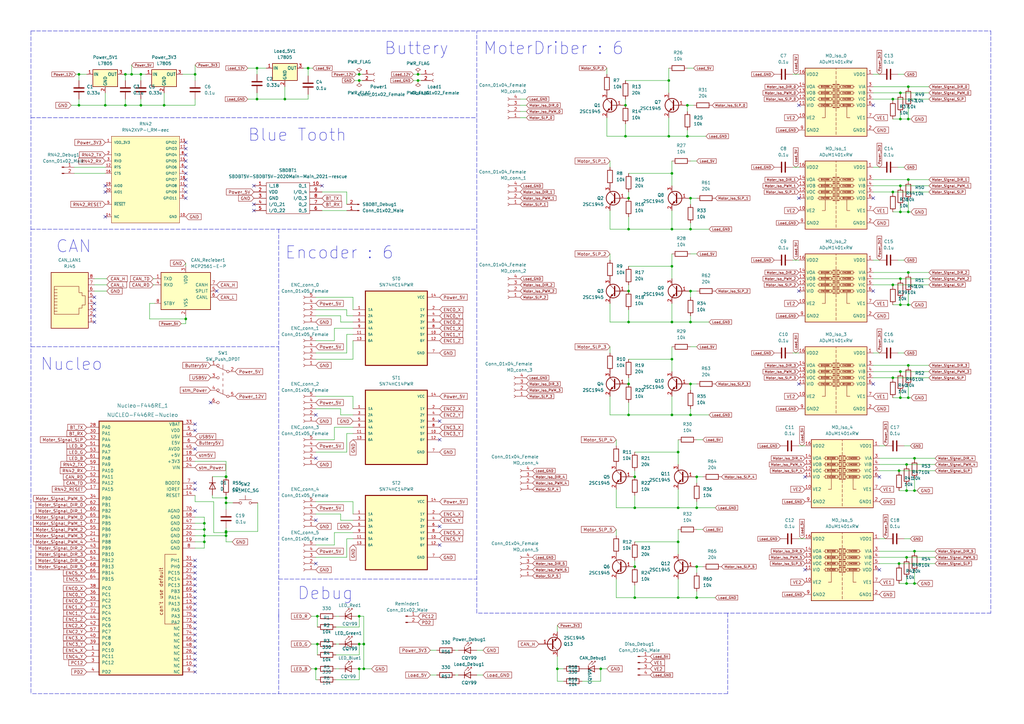
<source format=kicad_sch>
(kicad_sch (version 20211123) (generator eeschema)
  (paper "A3")
  (junction (at 369.2906 152.4))
  (junction (at 375.0818 226.06))
  (junction (at 260.35 232.41))
  (junction (at 83.82 214.63))
  (junction (at 283.21 132.08))
  (junction (at 32.385 43.18))
  (junction (at 371.8306 190.5))
  (junction (at 372.5418 149.86))
  (junction (at 366.1918 116.84))
  (junction (at 57.785 43.18))
  (junction (at 283.21 170.18))
  (junction (at 92.71 206.248))
  (junction (at 278.13 245.11))
  (junction (at 83.82 222.25))
  (junction (at 372.5418 125.0188))
  (junction (at 371.8306 239.3188))
  (junction (at 126.365 27.94))
  (junction (at 257.81 132.08))
  (junction (at 372.5418 35.56))
  (junction (at 275.59 71.12))
  (junction (at 149.225 264.16))
  (junction (at 285.75 245.11))
  (junction (at 256.54 55.88))
  (junction (at 147.32 274.32))
  (junction (at 369.2906 125.0188))
  (junction (at 372.5418 111.76))
  (junction (at 105.41 27.94))
  (junction (at 368.7318 193.04))
  (junction (at 51.435 43.18))
  (junction (at 257.81 170.18))
  (junction (at 260.35 195.58))
  (junction (at 369.2906 163.1188))
  (junction (at 92.71 195.58))
  (junction (at 171.45 30.48))
  (junction (at 278.13 222.25))
  (junction (at 275.59 93.98))
  (junction (at 372.5418 163.1188))
  (junction (at 372.5418 86.9188))
  (junction (at 256.54 43.18))
  (junction (at 130.175 252.73))
  (junction (at 51.435 30.48))
  (junction (at 369.2906 114.3))
  (junction (at 369.2906 86.9188))
  (junction (at 129.54 274.32))
  (junction (at 366.1918 154.94))
  (junction (at 83.82 219.71))
  (junction (at 80.01 30.48))
  (junction (at 92.71 204.216))
  (junction (at 260.35 245.11))
  (junction (at 275.59 132.08))
  (junction (at 76.2 130.81))
  (junction (at 283.21 93.98))
  (junction (at 375.0818 201.2188))
  (junction (at 147.32 252.73))
  (junction (at 53.975 30.48))
  (junction (at 147.32 30.48))
  (junction (at 83.82 217.17))
  (junction (at 281.94 43.18))
  (junction (at 92.71 217.9828))
  (junction (at 32.385 30.48))
  (junction (at 285.75 232.41))
  (junction (at 278.13 185.42))
  (junction (at 228.6 274.32))
  (junction (at 278.13 208.28))
  (junction (at 275.59 147.32))
  (junction (at 257.81 119.38))
  (junction (at 274.32 55.88))
  (junction (at 67.31 43.18))
  (junction (at 366.1918 40.64))
  (junction (at 375.0818 239.3188))
  (junction (at 171.45 33.02))
  (junction (at 116.84 40.64))
  (junction (at 372.5418 73.66))
  (junction (at 369.2906 76.2))
  (junction (at 275.59 170.18))
  (junction (at 372.5418 48.8188))
  (junction (at 371.8306 201.2188))
  (junction (at 149.225 274.32))
  (junction (at 285.75 195.58))
  (junction (at 283.21 81.28))
  (junction (at 274.32 33.02))
  (junction (at 92.71 195.4784))
  (junction (at 375.0818 187.96))
  (junction (at 366.1918 78.74))
  (junction (at 105.41 40.64))
  (junction (at 92.71 218.44))
  (junction (at 275.59 109.22))
  (junction (at 283.21 157.48))
  (junction (at 92.71 219.71))
  (junction (at 257.81 157.48))
  (junction (at 260.35 208.28))
  (junction (at 368.7318 231.14))
  (junction (at 246.38 274.32))
  (junction (at 371.8306 228.6))
  (junction (at 281.94 55.88))
  (junction (at 257.81 93.98))
  (junction (at 147.32 33.02))
  (junction (at 283.21 119.38))
  (junction (at 147.32 264.16))
  (junction (at 369.2906 48.8188))
  (junction (at 257.81 81.28))
  (junction (at 57.785 30.48))
  (junction (at 130.175 264.16))
  (junction (at 43.18 43.18))
  (junction (at 285.75 208.28))
  (junction (at 369.2906 38.1))
  (no_connect (at 180.34 223.52))
  (no_connect (at 180.34 180.34))
  (no_connect (at 80.01 240.03))
  (no_connect (at 180.34 172.72))
  (no_connect (at 80.01 250.19))
  (no_connect (at 129.54 231.14))
  (no_connect (at 88.9 119.38))
  (no_connect (at 327.66 81.28))
  (no_connect (at 38.735 124.46))
  (no_connect (at 80.01 184.15))
  (no_connect (at 330.2 233.68))
  (no_connect (at 360.68 195.58))
  (no_connect (at 80.01 247.65))
  (no_connect (at 86.36 165.1))
  (no_connect (at 80.01 270.51))
  (no_connect (at 129.54 213.36))
  (no_connect (at 358.14 81.28))
  (no_connect (at 76.2 71.12))
  (no_connect (at 80.01 260.35))
  (no_connect (at 80.01 232.41))
  (no_connect (at 104.14 83.82))
  (no_connect (at 80.01 265.43))
  (no_connect (at 358.14 119.38))
  (no_connect (at 80.01 275.59))
  (no_connect (at 76.2 73.66))
  (no_connect (at 330.2 195.58))
  (no_connect (at 76.2 81.28))
  (no_connect (at 104.14 76.2))
  (no_connect (at 80.01 209.55))
  (no_connect (at 80.01 237.49))
  (no_connect (at 76.2 60.96))
  (no_connect (at 80.01 252.73))
  (no_connect (at 80.01 242.57))
  (no_connect (at 358.14 43.18))
  (no_connect (at 76.2 58.42))
  (no_connect (at 129.54 187.96))
  (no_connect (at 327.66 157.48))
  (no_connect (at 80.01 245.11))
  (no_connect (at 80.01 200.66))
  (no_connect (at 104.14 86.36))
  (no_connect (at 76.2 68.58))
  (no_connect (at 358.14 157.48))
  (no_connect (at 76.2 78.74))
  (no_connect (at 38.735 127))
  (no_connect (at 38.735 121.92))
  (no_connect (at 43.18 78.74))
  (no_connect (at 80.01 262.89))
  (no_connect (at 80.01 176.53))
  (no_connect (at 80.01 234.95))
  (no_connect (at 360.68 233.68))
  (no_connect (at 80.01 267.97))
  (no_connect (at 80.01 198.12))
  (no_connect (at 180.34 215.9))
  (no_connect (at 43.18 76.2))
  (no_connect (at 38.735 132.08))
  (no_connect (at 38.735 129.54))
  (no_connect (at 76.2 63.5))
  (no_connect (at 76.2 66.04))
  (no_connect (at 132.08 76.2))
  (no_connect (at 76.2 76.2))
  (no_connect (at 80.01 273.05))
  (no_connect (at 80.01 255.27))
  (no_connect (at 80.01 257.81))
  (no_connect (at 327.66 43.18))
  (no_connect (at 43.18 88.9))
  (no_connect (at 327.66 119.38))
  (no_connect (at 129.54 170.18))
  (no_connect (at 80.01 173.99))
  (no_connect (at 80.01 229.87))
  (wire (pts (xy 96.52 152.4) (xy 96.4692 152.4)))
  (wire (pts (xy 228.6 269.24) (xy 228.6 274.32)))
  (wire (pts (xy 132.08 78.74) (xy 142.24 78.74)))
  (wire (pts (xy 92.71 204.216) (xy 92.71 206.248)))
  (wire (pts (xy 275.59 147.32) (xy 275.59 152.4)))
  (wire (pts (xy 285.75 232.41) (xy 285.75 234.95)))
  (wire (pts (xy 363.22 182.88) (xy 360.68 182.88)))
  (wire (pts (xy 127.635 274.32) (xy 129.54 274.32)))
  (wire (pts (xy 80.01 224.79) (xy 83.82 224.79)))
  (wire (pts (xy 369.2906 160.5788) (xy 369.2906 163.1188)))
  (wire (pts (xy 369.2906 163.1188) (xy 372.5418 163.1188)))
  (wire (pts (xy 92.71 218.44) (xy 92.71 219.71)))
  (wire (pts (xy 369.2906 86.9188) (xy 372.5418 86.9188)))
  (wire (pts (xy 368.7318 231.14) (xy 368.7318 231.6988)))
  (wire (pts (xy 92.71 206.248) (xy 92.71 208.9404)))
  (wire (pts (xy 250.19 170.18) (xy 257.81 170.18)))
  (wire (pts (xy 145.415 33.02) (xy 147.32 33.02)))
  (wire (pts (xy 372.5418 43.8404) (xy 372.5418 48.8188)))
  (wire (pts (xy 252.73 180.34) (xy 252.73 182.88)))
  (wire (pts (xy 372.5418 35.56) (xy 372.5418 36.2204)))
  (wire (pts (xy 325.12 106.68) (xy 327.66 106.68)))
  (wire (pts (xy 92.71 222.25) (xy 92.71 219.71)))
  (wire (pts (xy 372.5418 149.86) (xy 381 149.86)))
  (wire (pts (xy 30.48 71.12) (xy 43.18 71.12)))
  (wire (pts (xy 252.73 208.28) (xy 260.35 208.28)))
  (wire (pts (xy 360.68 30.48) (xy 358.14 30.48)))
  (wire (pts (xy 146.685 274.32) (xy 147.32 274.32)))
  (wire (pts (xy 213.36 45.72) (xy 215.9 45.72)))
  (wire (pts (xy 43.18 38.1) (xy 43.18 43.18)))
  (wire (pts (xy 31.115 30.48) (xy 32.385 30.48)))
  (wire (pts (xy 149.225 264.16) (xy 149.225 274.32)))
  (wire (pts (xy 80.01 191.77) (xy 80.01 191.7446)))
  (wire (pts (xy 283.21 167.64) (xy 283.21 170.18)))
  (wire (pts (xy 57.785 30.48) (xy 57.785 33.02)))
  (wire (pts (xy 283.21 157.48) (xy 285.75 157.48)))
  (polyline (pts (xy 298.45 251.46) (xy 195.58 251.46)))
  (wire (pts (xy 274.32 48.26) (xy 274.32 55.88)))
  (wire (pts (xy 275.59 109.22) (xy 275.59 114.3)))
  (wire (pts (xy 32.385 30.48) (xy 32.385 33.02)))
  (wire (pts (xy 358.14 35.56) (xy 372.5418 35.56)))
  (polyline (pts (xy 12.7 12.7) (xy 12.7 284.48)))
  (wire (pts (xy 213.36 48.26) (xy 215.9 48.26)))
  (wire (pts (xy 375.0818 201.2188) (xy 376.1486 201.2188)))
  (wire (pts (xy 372.5418 48.8188) (xy 373.6086 48.8188)))
  (wire (pts (xy 61.341 130.81) (xy 76.2 130.81)))
  (wire (pts (xy 368.7318 231.14) (xy 383.54 231.14)))
  (wire (pts (xy 358.14 149.86) (xy 372.5418 149.86)))
  (wire (pts (xy 35.56 30.48) (xy 32.385 30.48)))
  (wire (pts (xy 285.75 208.28) (xy 293.37 208.28)))
  (polyline (pts (xy 406.4 251.46) (xy 298.45 251.46)))
  (wire (pts (xy 285.75 245.11) (xy 293.37 245.11)))
  (wire (pts (xy 87.122 203.0984) (xy 87.122 204.216)))
  (wire (pts (xy 80.01 214.63) (xy 83.82 214.63)))
  (wire (pts (xy 87.122 204.216) (xy 92.71 204.216)))
  (wire (pts (xy 260.35 203.2) (xy 260.35 208.28)))
  (wire (pts (xy 176.53 266.7) (xy 179.07 266.7)))
  (wire (pts (xy 83.82 222.25) (xy 83.82 224.79)))
  (wire (pts (xy 275.59 93.98) (xy 283.21 93.98)))
  (wire (pts (xy 144.78 218.44) (xy 137.16 218.44)))
  (wire (pts (xy 366.1918 86.9188) (xy 369.2906 86.9188)))
  (wire (pts (xy 87.63 218.44) (xy 92.71 218.44)))
  (wire (pts (xy 256.54 40.64) (xy 256.54 43.18)))
  (wire (pts (xy 327.66 220.98) (xy 330.2 220.98)))
  (wire (pts (xy 256.54 33.02) (xy 274.32 33.02)))
  (wire (pts (xy 325.12 68.58) (xy 327.66 68.58)))
  (wire (pts (xy 369.2906 38.1) (xy 381 38.1)))
  (wire (pts (xy 67.31 38.1) (xy 67.31 43.18)))
  (wire (pts (xy 142.24 177.8) (xy 142.24 185.42)))
  (wire (pts (xy 283.21 91.44) (xy 283.21 93.98)))
  (wire (pts (xy 80.01 205.74) (xy 87.63 205.74)))
  (wire (pts (xy 61.341 124.46) (xy 63.5 124.46)))
  (wire (pts (xy 87.122 195.4784) (xy 92.71 195.4784)))
  (wire (pts (xy 375.0818 226.06) (xy 375.0818 226.7204)))
  (wire (pts (xy 250.19 86.36) (xy 250.19 93.98)))
  (wire (pts (xy 372.5418 73.66) (xy 372.5418 74.3204)))
  (polyline (pts (xy 12.7 142.24) (xy 114.3 142.24)))
  (wire (pts (xy 105.41 38.1) (xy 105.41 40.64)))
  (wire (pts (xy 260.35 229.87) (xy 260.35 232.41)))
  (wire (pts (xy 51.435 30.48) (xy 51.435 33.02)))
  (wire (pts (xy 129.54 167.64) (xy 139.7 167.64)))
  (wire (pts (xy 257.81 154.94) (xy 257.81 157.48)))
  (wire (pts (xy 116.84 35.56) (xy 116.84 40.64)))
  (wire (pts (xy 86.4108 154.8892) (xy 86.36 154.94)))
  (wire (pts (xy 252.73 245.11) (xy 260.35 245.11)))
  (wire (pts (xy 92.71 216.5604) (xy 92.71 217.9828)))
  (wire (pts (xy 92.71 189.23) (xy 92.71 195.4784)))
  (wire (pts (xy 176.53 276.86) (xy 179.07 276.86)))
  (wire (pts (xy 285.75 205.74) (xy 285.75 208.28)))
  (wire (pts (xy 250.19 66.04) (xy 250.19 68.58)))
  (wire (pts (xy 256.54 50.8) (xy 256.54 55.88)))
  (wire (pts (xy 260.35 208.28) (xy 278.13 208.28)))
  (wire (pts (xy 92.71 217.9828) (xy 92.71 218.44)))
  (wire (pts (xy 372.5418 81.9404) (xy 372.5418 86.9188)))
  (wire (pts (xy 144.78 210.82) (xy 144.78 205.74)))
  (wire (pts (xy 369.2906 152.4) (xy 369.2906 152.9588)))
  (wire (pts (xy 369.2906 122.4788) (xy 369.2906 125.0188)))
  (wire (pts (xy 144.78 175.26) (xy 137.16 175.26)))
  (wire (pts (xy 144.78 167.64) (xy 144.78 162.56)))
  (wire (pts (xy 373.38 182.88) (xy 370.84 182.88)))
  (wire (pts (xy 360.68 231.14) (xy 368.7318 231.14)))
  (wire (pts (xy 147.32 274.32) (xy 149.225 274.32)))
  (wire (pts (xy 87.63 205.74) (xy 87.63 218.44)))
  (wire (pts (xy 283.21 132.08) (xy 290.83 132.08)))
  (wire (pts (xy 375.0818 187.96) (xy 383.54 187.96)))
  (wire (pts (xy 369.2906 76.2) (xy 381 76.2)))
  (wire (pts (xy 139.7 129.54) (xy 139.7 132.08)))
  (wire (pts (xy 275.59 132.08) (xy 283.21 132.08)))
  (wire (pts (xy 327.66 182.88) (xy 330.2 182.88)))
  (wire (pts (xy 32.385 43.18) (xy 32.385 40.64)))
  (wire (pts (xy 257.81 170.18) (xy 275.59 170.18)))
  (wire (pts (xy 278.13 185.42) (xy 278.13 190.5)))
  (wire (pts (xy 129.54 129.54) (xy 139.7 129.54)))
  (wire (pts (xy 248.92 48.26) (xy 248.92 55.88)))
  (wire (pts (xy 246.38 279.4) (xy 246.38 274.32)))
  (wire (pts (xy 257.81 93.98) (xy 275.59 93.98)))
  (wire (pts (xy 80.01 40.64) (xy 80.01 43.18)))
  (wire (pts (xy 283.21 170.18) (xy 290.83 170.18)))
  (wire (pts (xy 129.54 205.74) (xy 144.78 205.74)))
  (wire (pts (xy 127.635 264.16) (xy 130.175 264.16)))
  (wire (pts (xy 147.32 30.48) (xy 148.59 30.48)))
  (wire (pts (xy 80.01 212.09) (xy 83.82 212.09)))
  (wire (pts (xy 372.5418 158.1404) (xy 372.5418 163.1188)))
  (wire (pts (xy 275.59 170.18) (xy 283.21 170.18)))
  (wire (pts (xy 83.82 219.71) (xy 92.71 219.71)))
  (wire (pts (xy 126.365 40.64) (xy 126.365 38.735)))
  (wire (pts (xy 252.73 237.49) (xy 252.73 245.11)))
  (wire (pts (xy 142.24 127) (xy 142.24 129.54)))
  (wire (pts (xy 51.435 43.18) (xy 57.785 43.18)))
  (wire (pts (xy 105.41 40.64) (xy 116.84 40.64)))
  (wire (pts (xy 57.785 43.18) (xy 67.31 43.18)))
  (wire (pts (xy 29.21 43.18) (xy 32.385 43.18)))
  (wire (pts (xy 358.14 76.2) (xy 369.2906 76.2)))
  (polyline (pts (xy 114.3 251.46) (xy 114.3 284.48)))
  (wire (pts (xy 129.54 278.765) (xy 129.54 274.32)))
  (wire (pts (xy 360.68 187.96) (xy 375.0818 187.96)))
  (wire (pts (xy 139.7 170.18) (xy 139.7 167.64)))
  (polyline (pts (xy 298.45 251.46) (xy 298.45 284.48)))
  (wire (pts (xy 360.68 144.78) (xy 358.14 144.78)))
  (wire (pts (xy 360.68 190.5) (xy 371.8306 190.5)))
  (wire (pts (xy 231.14 279.4) (xy 228.6 279.4)))
  (wire (pts (xy 275.59 86.36) (xy 275.59 93.98)))
  (polyline (pts (xy 298.45 284.48) (xy 12.7 284.48)))
  (wire (pts (xy 375.0818 196.2404) (xy 375.0818 201.2188)))
  (wire (pts (xy 360.68 226.06) (xy 375.0818 226.06)))
  (wire (pts (xy 366.1918 78.74) (xy 366.1918 79.2988)))
  (wire (pts (xy 139.7 132.08) (xy 144.78 132.08)))
  (wire (pts (xy 281.94 53.34) (xy 281.94 55.88)))
  (wire (pts (xy 137.16 223.52) (xy 129.54 223.52)))
  (wire (pts (xy 53.975 30.48) (xy 57.785 30.48)))
  (wire (pts (xy 80.01 222.25) (xy 83.82 222.25)))
  (wire (pts (xy 228.6 256.54) (xy 228.6 259.08)))
  (wire (pts (xy 375.0818 234.3404) (xy 375.0818 239.3188)))
  (wire (pts (xy 80.01 186.69) (xy 80.01 186.6646)))
  (wire (pts (xy 137.16 134.62) (xy 137.16 139.7)))
  (wire (pts (xy 126.365 27.94) (xy 128.27 27.94)))
  (wire (pts (xy 358.14 116.84) (xy 366.1918 116.84)))
  (wire (pts (xy 370.84 30.48) (xy 368.3 30.48)))
  (wire (pts (xy 256.54 55.88) (xy 274.32 55.88)))
  (wire (pts (xy 366.1918 154.94) (xy 366.1918 155.4988)))
  (wire (pts (xy 285.75 242.57) (xy 285.75 245.11)))
  (wire (pts (xy 248.92 27.94) (xy 248.92 30.48)))
  (wire (pts (xy 372.5418 35.56) (xy 381 35.56)))
  (wire (pts (xy 83.82 214.63) (xy 83.82 217.17)))
  (wire (pts (xy 283.21 93.98) (xy 290.83 93.98)))
  (polyline (pts (xy 406.4 12.7) (xy 406.4 251.46)))
  (wire (pts (xy 358.14 38.1) (xy 369.2906 38.1)))
  (polyline (pts (xy 114.3 142.24) (xy 114.3 254)))
  (wire (pts (xy 363.22 220.98) (xy 360.68 220.98)))
  (wire (pts (xy 105.41 27.94) (xy 105.41 30.48)))
  (wire (pts (xy 281.94 43.18) (xy 281.94 45.72)))
  (wire (pts (xy 360.68 68.58) (xy 358.14 68.58)))
  (wire (pts (xy 375.0818 239.3188) (xy 376.1486 239.3188)))
  (wire (pts (xy 260.35 222.25) (xy 278.13 222.25)))
  (wire (pts (xy 144.78 121.92) (xy 129.54 121.92)))
  (wire (pts (xy 366.1918 48.8188) (xy 369.2906 48.8188)))
  (wire (pts (xy 283.21 142.24) (xy 285.75 142.24)))
  (wire (pts (xy 372.5418 73.66) (xy 381 73.66)))
  (wire (pts (xy 369.2906 38.1) (xy 369.2906 38.6588)))
  (wire (pts (xy 147.32 252.73) (xy 149.225 252.73)))
  (wire (pts (xy 274.32 27.94) (xy 274.32 33.02)))
  (wire (pts (xy 129.54 127) (xy 142.24 127)))
  (wire (pts (xy 213.36 40.64) (xy 215.9 40.64)))
  (wire (pts (xy 369.2906 114.3) (xy 369.2906 114.8588)))
  (wire (pts (xy 369.2906 152.4) (xy 381 152.4)))
  (wire (pts (xy 246.38 274.32) (xy 248.92 274.32)))
  (wire (pts (xy 76.2 132.715) (xy 74.295 132.715)))
  (wire (pts (xy 366.1918 40.64) (xy 366.1918 41.1988)))
  (wire (pts (xy 137.795 268.605) (xy 147.32 268.605)))
  (wire (pts (xy 278.13 180.34) (xy 278.13 185.42)))
  (wire (pts (xy 372.5418 120.0404) (xy 372.5418 125.0188)))
  (wire (pts (xy 86.4108 149.86) (xy 86.36 149.86)))
  (wire (pts (xy 283.21 119.38) (xy 285.75 119.38)))
  (wire (pts (xy 274.32 33.02) (xy 274.32 38.1)))
  (wire (pts (xy 358.14 152.4) (xy 369.2906 152.4)))
  (wire (pts (xy 231.14 274.32) (xy 228.6 274.32)))
  (wire (pts (xy 257.81 71.12) (xy 275.59 71.12)))
  (wire (pts (xy 366.1918 116.84) (xy 381 116.84)))
  (wire (pts (xy 144.78 147.32) (xy 129.54 147.32)))
  (polyline (pts (xy 195.58 251.46) (xy 195.58 12.7)))
  (wire (pts (xy 285.75 195.58) (xy 288.29 195.58)))
  (wire (pts (xy 129.54 139.7) (xy 137.16 139.7)))
  (wire (pts (xy 137.795 252.73) (xy 139.065 252.73)))
  (wire (pts (xy 275.59 162.56) (xy 275.59 170.18)))
  (wire (pts (xy 260.35 245.11) (xy 278.13 245.11)))
  (wire (pts (xy 370.84 68.58) (xy 368.3 68.58)))
  (wire (pts (xy 369.2906 76.2) (xy 369.2906 76.7588)))
  (wire (pts (xy 260.35 185.42) (xy 278.13 185.42)))
  (wire (pts (xy 30.48 68.58) (xy 43.18 68.58)))
  (polyline (pts (xy 12.7 12.7) (xy 406.4 12.7)))
  (wire (pts (xy 137.16 180.34) (xy 129.54 180.34)))
  (wire (pts (xy 213.36 43.18) (xy 215.9 43.18)))
  (wire (pts (xy 146.685 252.73) (xy 147.32 252.73)))
  (wire (pts (xy 257.81 127) (xy 257.81 132.08)))
  (wire (pts (xy 124.46 27.94) (xy 126.365 27.94)))
  (wire (pts (xy 186.69 266.7) (xy 187.96 266.7)))
  (wire (pts (xy 257.81 165.1) (xy 257.81 170.18)))
  (wire (pts (xy 80.01 219.71) (xy 83.82 219.71)))
  (wire (pts (xy 260.35 193.04) (xy 260.35 195.58)))
  (wire (pts (xy 281.94 55.88) (xy 289.56 55.88)))
  (wire (pts (xy 358.14 111.76) (xy 372.5418 111.76)))
  (wire (pts (xy 186.69 276.86) (xy 187.96 276.86)))
  (wire (pts (xy 250.19 93.98) (xy 257.81 93.98)))
  (wire (pts (xy 283.21 129.54) (xy 283.21 132.08)))
  (wire (pts (xy 80.01 217.17) (xy 83.82 217.17)))
  (wire (pts (xy 283.21 66.04) (xy 285.75 66.04)))
  (wire (pts (xy 275.59 104.14) (xy 275.59 109.22)))
  (wire (pts (xy 142.24 129.54) (xy 144.78 129.54)))
  (wire (pts (xy 257.81 109.22) (xy 275.59 109.22)))
  (wire (pts (xy 144.78 134.62) (xy 137.16 134.62)))
  (wire (pts (xy 51.435 30.48) (xy 53.975 30.48)))
  (wire (pts (xy 144.78 127) (xy 144.78 121.92)))
  (wire (pts (xy 92.71 217.9828) (xy 105.7148 217.9828)))
  (wire (pts (xy 51.435 40.64) (xy 51.435 43.18)))
  (wire (pts (xy 171.45 30.48) (xy 172.72 30.48)))
  (wire (pts (xy 142.24 78.74) (xy 142.24 83.82)))
  (wire (pts (xy 360.68 193.04) (xy 368.7318 193.04)))
  (wire (pts (xy 129.54 162.56) (xy 144.78 162.56)))
  (wire (pts (xy 274.32 55.88) (xy 281.94 55.88)))
  (wire (pts (xy 248.92 55.88) (xy 256.54 55.88)))
  (wire (pts (xy 92.71 206.248) (xy 95.5548 206.248)))
  (polyline (pts (xy 114.3 237.49) (xy 195.58 237.49)))
  (wire (pts (xy 372.5418 111.76) (xy 372.5418 112.4204)))
  (wire (pts (xy 371.8306 228.6) (xy 383.54 228.6)))
  (wire (pts (xy 137.795 264.16) (xy 139.065 264.16)))
  (wire (pts (xy 250.19 132.08) (xy 257.81 132.08)))
  (wire (pts (xy 171.45 33.02) (xy 172.72 33.02)))
  (wire (pts (xy 285.75 195.58) (xy 285.75 198.12)))
  (wire (pts (xy 257.81 116.84) (xy 257.81 119.38)))
  (wire (pts (xy 61.341 124.46) (xy 61.341 130.81)))
  (wire (pts (xy 278.13 237.49) (xy 278.13 245.11)))
  (wire (pts (xy 358.14 73.66) (xy 372.5418 73.66)))
  (wire (pts (xy 147.32 257.175) (xy 147.32 252.73)))
  (polyline (pts (xy 12.7 48.26) (xy 195.58 48.26)))
  (wire (pts (xy 142.24 220.98) (xy 142.24 228.6)))
  (wire (pts (xy 137.795 274.32) (xy 139.065 274.32)))
  (wire (pts (xy 372.5418 163.1188) (xy 373.6086 163.1188)))
  (wire (pts (xy 285.75 232.41) (xy 288.29 232.41)))
  (wire (pts (xy 260.35 240.03) (xy 260.35 245.11)))
  (wire (pts (xy 80.01 203.2) (xy 80.01 205.74)))
  (wire (pts (xy 129.54 210.82) (xy 139.7 210.82)))
  (wire (pts (xy 371.8306 239.3188) (xy 375.0818 239.3188)))
  (wire (pts (xy 283.21 104.14) (xy 285.75 104.14)))
  (wire (pts (xy 80.01 30.48) (xy 80.01 33.02)))
  (wire (pts (xy 250.19 104.14) (xy 250.19 106.68)))
  (wire (pts (xy 371.8306 228.6) (xy 371.8306 229.1588)))
  (wire (pts (xy 144.78 137.16) (xy 142.24 137.16)))
  (wire (pts (xy 144.78 220.98) (xy 142.24 220.98)))
  (wire (pts (xy 358.14 78.74) (xy 366.1918 78.74)))
  (wire (pts (xy 366.1918 125.0188) (xy 369.2906 125.0188)))
  (wire (pts (xy 257.81 147.32) (xy 275.59 147.32)))
  (wire (pts (xy 366.1918 40.64) (xy 381 40.64)))
  (wire (pts (xy 83.82 219.71) (xy 83.82 222.25)))
  (wire (pts (xy 238.76 279.4) (xy 246.38 279.4)))
  (wire (pts (xy 142.24 86.36) (xy 132.08 86.36)))
  (wire (pts (xy 281.94 43.18) (xy 284.48 43.18)))
  (wire (pts (xy 368.7318 193.04) (xy 383.54 193.04)))
  (wire (pts (xy 371.8306 236.7788) (xy 371.8306 239.3188)))
  (wire (pts (xy 283.21 81.28) (xy 285.75 81.28)))
  (polyline (pts (xy 114.3 93.98) (xy 114.3 142.24)))
  (wire (pts (xy 129.54 228.6) (xy 142.24 228.6)))
  (wire (pts (xy 76.2 129.54) (xy 76.2 130.81)))
  (wire (pts (xy 144.78 177.8) (xy 142.24 177.8)))
  (wire (pts (xy 278.13 200.66) (xy 278.13 208.28)))
  (wire (pts (xy 275.59 71.12) (xy 275.59 76.2)))
  (wire (pts (xy 369.2906 84.3788) (xy 369.2906 86.9188)))
  (wire (pts (xy 83.82 217.17) (xy 83.82 219.71)))
  (wire (pts (xy 369.2906 114.3) (xy 381 114.3)))
  (wire (pts (xy 137.795 257.175) (xy 147.32 257.175)))
  (wire (pts (xy 257.81 132.08) (xy 275.59 132.08)))
  (wire (pts (xy 129.54 144.78) (xy 142.24 144.78)))
  (wire (pts (xy 250.19 162.56) (xy 250.19 170.18)))
  (wire (pts (xy 101.6 27.94) (xy 105.41 27.94)))
  (wire (pts (xy 126.365 27.94) (xy 126.365 31.115)))
  (wire (pts (xy 283.21 119.38) (xy 283.21 121.92)))
  (wire (pts (xy 147.32 278.765) (xy 147.32 274.32)))
  (wire (pts (xy 358.14 40.64) (xy 366.1918 40.64)))
  (wire (pts (xy 129.54 274.32) (xy 130.175 274.32)))
  (wire (pts (xy 366.1918 163.1188) (xy 369.2906 163.1188)))
  (polyline (pts (xy 12.7 93.98) (xy 195.58 93.98)))
  (wire (pts (xy 130.175 264.16) (xy 130.175 268.605)))
  (wire (pts (xy 371.8306 201.2188) (xy 375.0818 201.2188)))
  (wire (pts (xy 228.6 279.4) (xy 228.6 274.32)))
  (wire (pts (xy 147.32 268.605) (xy 147.32 264.16)))
  (wire (pts (xy 144.78 139.7) (xy 144.78 147.32)))
  (wire (pts (xy 139.7 213.36) (xy 139.7 210.82)))
  (wire (pts (xy 137.16 175.26) (xy 137.16 180.34)))
  (wire (pts (xy 92.71 203.2) (xy 92.71 204.216)))
  (wire (pts (xy 375.0818 226.06) (xy 383.54 226.06)))
  (wire (pts (xy 252.73 200.66) (xy 252.73 208.28)))
  (wire (pts (xy 147.32 264.16) (xy 149.225 264.16)))
  (wire (pts (xy 80.01 43.18) (xy 67.31 43.18)))
  (wire (pts (xy 43.18 43.18) (xy 32.385 43.18)))
  (wire (pts (xy 366.1918 116.84) (xy 366.1918 117.3988)))
  (wire (pts (xy 38.735 114.3) (xy 43.815 114.3)))
  (wire (pts (xy 278.13 245.11) (xy 285.75 245.11)))
  (wire (pts (xy 250.19 142.24) (xy 250.19 144.78)))
  (wire (pts (xy 50.8 30.48) (xy 51.435 30.48)))
  (wire (pts (xy 76.2 130.81) (xy 76.2 132.715)))
  (wire (pts (xy 325.12 30.48) (xy 327.66 30.48)))
  (wire (pts (xy 371.8306 190.5) (xy 383.54 190.5)))
  (wire (pts (xy 371.8306 190.5) (xy 371.8306 191.0588)))
  (wire (pts (xy 370.84 144.78) (xy 368.3 144.78)))
  (wire (pts (xy 129.54 185.42) (xy 142.24 185.42)))
  (wire (pts (xy 105.7148 206.248) (xy 105.7148 217.9828)))
  (wire (pts (xy 371.8306 198.6788) (xy 371.8306 201.2188)))
  (wire (pts (xy 372.5418 86.9188) (xy 373.6086 86.9188)))
  (wire (pts (xy 358.14 114.3) (xy 369.2906 114.3)))
  (wire (pts (xy 147.32 33.02) (xy 148.59 33.02)))
  (wire (pts (xy 368.7318 201.2188) (xy 371.8306 201.2188)))
  (wire (pts (xy 370.84 106.68) (xy 368.3 106.68)))
  (wire (pts (xy 130.175 278.765) (xy 129.54 278.765)))
  (wire (pts (xy 83.82 212.09) (xy 83.82 214.63)))
  (wire (pts (xy 57.785 30.48) (xy 59.69 30.48)))
  (wire (pts (xy 257.81 78.74) (xy 257.81 81.28)))
  (wire (pts (xy 149.225 274.32) (xy 152.4 274.32)))
  (wire (pts (xy 358.14 154.94) (xy 366.1918 154.94)))
  (wire (pts (xy 281.94 27.94) (xy 284.48 27.94)))
  (wire (pts (xy 169.545 33.02) (xy 171.45 33.02)))
  (wire (pts (xy 375.0818 187.96) (xy 375.0818 188.6204)))
  (wire (pts (xy 368.7318 193.04) (xy 368.7318 193.5988)))
  (wire (pts (xy 146.05 30.48) (xy 147.32 30.48)))
  (wire (pts (xy 275.59 66.04) (xy 275.59 71.12)))
  (wire (pts (xy 169.545 30.48) (xy 171.45 30.48)))
  (wire (pts (xy 142.24 137.16) (xy 142.24 144.78)))
  (wire (pts (xy 325.12 144.78) (xy 327.66 144.78)))
  (wire (pts (xy 144.78 170.18) (xy 139.7 170.18)))
  (wire (pts (xy 275.59 124.46) (xy 275.59 132.08)))
  (wire (pts (xy 252.73 217.17) (xy 252.73 219.71)))
  (wire (pts (xy 43.18 43.18) (xy 51.435 43.18)))
  (wire (pts (xy 372.5418 111.76) (xy 381 111.76)))
  (wire (pts (xy 137.795 278.765) (xy 147.32 278.765)))
  (wire (pts (xy 144.78 213.36) (xy 139.7 213.36)))
  (wire (pts (xy 360.68 228.6) (xy 371.8306 228.6)))
  (wire (pts (xy 373.38 220.98) (xy 370.84 220.98)))
  (wire (pts (xy 366.1918 154.94) (xy 381 154.94)))
  (wire (pts (xy 130.175 252.73) (xy 130.175 257.175)))
  (wire (pts (xy 38.735 116.84) (xy 43.815 116.84)))
  (wire (pts (xy 369.2906 46.2788) (xy 369.2906 48.8188)))
  (wire (pts (xy 149.225 252.73) (xy 149.225 264.16)))
  (wire (pts (xy 74.93 30.48) (xy 80.01 30.48)))
  (wire (pts (xy 101.6 40.64) (xy 105.41 40.64)))
  (wire (pts (xy 250.19 124.46) (xy 250.19 132.08)))
  (wire (pts (xy 278.13 222.25) (xy 278.13 227.33)))
  (wire (pts (xy 275.59 142.24) (xy 275.59 147.32)))
  (wire (pts (xy 369.2906 125.0188) (xy 372.5418 125.0188)))
  (wire (pts (xy 372.5418 125.0188) (xy 373.6086 125.0188)))
  (wire (pts (xy 95.25 222.25) (xy 92.71 222.25)))
  (wire (pts (xy 285.75 180.34) (xy 288.29 180.34)))
  (wire (pts (xy 92.71 195.4784) (xy 92.71 195.58)))
  (wire (pts (xy 195.58 266.7) (xy 198.12 266.7)))
  (wire (pts (xy 366.1918 78.74) (xy 381 78.74)))
  (wire (pts (xy 283.21 157.48) (xy 283.21 160.02)))
  (wire (pts (xy 38.735 119.38) (xy 43.815 119.38)))
  (wire (pts (xy 80.01 189.23) (xy 92.71 189.23)))
  (wire (pts (xy 360.68 106.68) (xy 358.14 106.68)))
  (wire (pts (xy 257.81 88.9) (xy 257.81 93.98)))
  (wire (pts (xy 369.2906 48.8188) (xy 372.5418 48.8188)))
  (wire (pts (xy 146.685 264.16) (xy 147.32 264.16)))
  (wire (pts (xy 53.975 26.67) (xy 53.975 30.48)))
  (wire (pts (xy 278.13 217.17) (xy 278.13 222.25)))
  (wire (pts (xy 372.5418 149.86) (xy 372.5418 150.5204)))
  (wire (pts (xy 278.13 208.28) (xy 285.75 208.28)))
  (wire (pts (xy 285.75 217.17) (xy 288.29 217.17)))
  (wire (pts (xy 109.22 27.94) (xy 105.41 27.94)))
  (wire (pts (xy 368.7318 239.3188) (xy 371.8306 239.3188)))
  (wire (pts (xy 283.21 81.28) (xy 283.21 83.82)))
  (wire (pts (xy 195.58 276.86) (xy 198.12 276.86)))
  (wire (pts (xy 80.01 30.48) (xy 80.01 26.67)))
  (wire (pts (xy 57.785 40.64) (xy 57.785 43.18)))
  (wire (pts (xy 76.2 107.95) (xy 76.2 109.22)))
  (wire (pts (xy 127.635 252.73) (xy 130.175 252.73)))
  (wire (pts (xy 116.84 40.64) (xy 126.365 40.64)))
  (wire (pts (xy 62.865 114.3) (xy 63.5 114.3)))
  (wire (pts (xy 62.865 116.84) (xy 63.5 116.84)))
  (wire (pts (xy 137.16 218.44) (xy 137.16 223.52)))
  (text "CAN" (at 22.86 104.14 0) (effects (font (size 5 5)) (justify left bottom)))
  (text "Nucleo" (at 16.51 152.4 0) (effects (font (size 5 5)) (justify left bottom)))
  (text "Blue Tooth" (at 101.6 58.42 0) (effects (font (size 5 5)) (justify left bottom)))
  (text "Buttery" (at 157.48 22.86 0) (effects (font (size 5 5)) (justify left bottom)))
  (text "Encoder : 6" (at 116.84 106.68 0) (effects (font (size 5 5)) (justify left bottom)))
  (text "Debug" (at 121.92 246.38 0) (effects (font (size 5 5)) (justify left bottom)))
  (text "MoterDriber : 6" (at 198.12 22.86 0) (effects (font (size 5 5)) (justify left bottom)))
  (global_label "RN42_RESET" (shape input) (at 35.56 200.66 180) (property "シート間のリファレンス" "${INTERSHEET_REFS}" (effects hide)))
  (global_label "Moter_Iso_DIR_2" (shape input) (at 327.66 111.76 180) (effects (font (size 1 1))) (property "シート間のリファレンス" "${INTERSHEET_REFS}" (effects hide)))
  (global_label "GND" (shape input) (at 129.54 190.5 0) (property "シート間のリファレンス" "${INTERSHEET_REFS}" (effects hide)))
  (global_label "Load_GND" (shape input) (at 101.6 40.64 180) (effects (font (size 1 1))) (property "シート間のリファレンス" "${INTERSHEET_REFS}" (effects hide)))
  (global_label "GND" (shape input) (at 95.25 222.25 0) (property "シート間のリファレンス" "${INTERSHEET_REFS}" (effects hide)))
  (global_label "Moter_Signal_PWM_5" (shape input) (at 383.54 228.6 0) (effects (font (size 1 1))) (property "シート間のリファレンス" "${INTERSHEET_REFS}" (effects hide)))
  (global_label "Power_5V" (shape input) (at 180.34 162.56 0) (property "シート間のリファレンス" "${INTERSHEET_REFS}" (effects hide)))
  (global_label "Motor_SLP_5" (shape input) (at 252.73 217.17 180) (property "シート間のリファレンス" "${INTERSHEET_REFS}" (effects hide)))
  (global_label "Motor_SLP_3" (shape input) (at 215.9 162.56 0) (effects (font (size 1 1))) (property "シート間のリファレンス" "${INTERSHEET_REFS}" (effects hide)))
  (global_label "Load_5V" (shape input) (at 285.75 66.04 0) (effects (font (size 1 1))) (property "シート間のリファレンス" "${INTERSHEET_REFS}" (effects hide)))
  (global_label "Moter_Iso_DIR_1" (shape input) (at 327.66 73.66 180) (effects (font (size 1 1))) (property "シート間のリファレンス" "${INTERSHEET_REFS}" (effects hide)))
  (global_label "CAN_TD" (shape input) (at 35.56 198.12 180) (property "シート間のリファレンス" "${INTERSHEET_REFS}" (effects hide)))
  (global_label "Moter_Iso_DIR_5" (shape input) (at 330.2 226.06 180) (effects (font (size 1 1))) (property "シート間のリファレンス" "${INTERSHEET_REFS}" (effects hide)))
  (global_label "VE1" (shape input) (at 358.14 86.36 0) (property "シート間のリファレンス" "${INTERSHEET_REFS}" (effects hide)))
  (global_label "Load_GND" (shape input) (at 317.5 30.48 180) (effects (font (size 1 1))) (property "シート間のリファレンス" "${INTERSHEET_REFS}" (effects hide)))
  (global_label "ENC3_X" (shape input) (at 35.56 261.62 180) (property "シート間のリファレンス" "${INTERSHEET_REFS}" (effects hide)))
  (global_label "Moter_Signal_PWM_3" (shape input) (at 35.56 219.71 180) (property "シート間のリファレンス" "${INTERSHEET_REFS}" (effects hide)))
  (global_label "ENC4_X" (shape input) (at 35.56 266.7 180) (property "シート間のリファレンス" "${INTERSHEET_REFS}" (effects hide)))
  (global_label "Power_3V3" (shape input) (at 228.6 256.54 0) (effects (font (size 1 1))) (property "シート間のリファレンス" "${INTERSHEET_REFS}" (effects hide)))
  (global_label "Moter_Iso_DIR_0" (shape input) (at 327.66 35.56 180) (effects (font (size 1 1))) (property "シート間のリファレンス" "${INTERSHEET_REFS}" (effects hide)))
  (global_label "GND" (shape input) (at 104.14 81.28 180) (property "シート間のリファレンス" "${INTERSHEET_REFS}" (effects hide)))
  (global_label "Motor_Iso_SLP_1" (shape input) (at 327.66 78.74 180) (effects (font (size 1 1))) (property "シート間のリファレンス" "${INTERSHEET_REFS}" (effects hide)))
  (global_label "Moter_Signal_DIR_3" (shape input) (at 35.56 227.33 180) (property "シート間のリファレンス" "${INTERSHEET_REFS}" (effects hide)))
  (global_label "ENC2_X" (shape input) (at 180.34 167.64 0) (property "シート間のリファレンス" "${INTERSHEET_REFS}" (effects hide)))
  (global_label "CAN_H" (shape input) (at 88.9 116.84 0) (property "シート間のリファレンス" "${INTERSHEET_REFS}" (effects hide)))
  (global_label "Motor_Iso_SLP_4" (shape input) (at 330.2 193.04 180) (effects (font (size 1 1))) (property "シート間のリファレンス" "${INTERSHEET_REFS}" (effects hide)))
  (global_label "Moter_Signal_DIR_1" (shape input) (at 35.56 209.55 180) (property "シート間のリファレンス" "${INTERSHEET_REFS}" (effects hide)))
  (global_label "Load_GND" (shape input) (at 198.12 276.86 0) (property "シート間のリファレンス" "${INTERSHEET_REFS}" (effects hide)))
  (global_label "Power_3V3" (shape input) (at 360.68 106.68 90) (effects (font (size 1 1))) (property "シート間のリファレンス" "${INTERSHEET_REFS}" (effects hide)))
  (global_label "Motor_Iso_SLP_1" (shape input) (at 293.37 81.28 0) (effects (font (size 1 1))) (property "シート間のリファレンス" "${INTERSHEET_REFS}" (effects hide)))
  (global_label "ENC3_Y" (shape input) (at 35.56 264.16 180) (property "シート間のリファレンス" "${INTERSHEET_REFS}" (effects hide)))
  (global_label "LED_R" (shape input) (at 35.56 182.88 180) (property "シート間のリファレンス" "${INTERSHEET_REFS}" (effects hide)))
  (global_label "Load_5V" (shape input) (at 128.27 27.94 0) (effects (font (size 1 1))) (property "シート間のリファレンス" "${INTERSHEET_REFS}" (effects hide)))
  (global_label "Power_3V3" (shape input) (at 80.01 26.67 0) (effects (font (size 1 1))) (property "シート間のリファレンス" "${INTERSHEET_REFS}" (effects hide)))
  (global_label "Moter_Iso_DIR_4" (shape input) (at 330.2 187.96 180) (effects (font (size 1 1))) (property "シート間のリファレンス" "${INTERSHEET_REFS}" (effects hide)))
  (global_label "GND" (shape input) (at 129.54 233.68 0) (property "シート間のリファレンス" "${INTERSHEET_REFS}" (effects hide)))
  (global_label "Moter_Signal_DIR_5" (shape input) (at 35.56 232.41 180) (property "シート間のリファレンス" "${INTERSHEET_REFS}" (effects hide)))
  (global_label "GND" (shape input) (at 76.2 88.9 0) (property "シート間のリファレンス" "${INTERSHEET_REFS}" (effects hide)))
  (global_label "VE2" (shape input) (at 266.7 274.32 0) (property "シート間のリファレンス" "${INTERSHEET_REFS}" (effects hide)))
  (global_label "ENC4_X" (shape input) (at 180.34 210.82 0) (property "シート間のリファレンス" "${INTERSHEET_REFS}" (effects hide)))
  (global_label "GND" (shape input) (at 370.84 30.48 0) (effects (font (size 1 1))) (property "シート間のリファレンス" "${INTERSHEET_REFS}" (effects hide)))
  (global_label "Moter_Signal_DIR_2" (shape input) (at 381 111.76 0) (effects (font (size 1 1))) (property "シート間のリファレンス" "${INTERSHEET_REFS}" (effects hide)))
  (global_label "Power_3V3" (shape input) (at 360.68 30.48 90) (effects (font (size 1 1))) (property "シート間のリファレンス" "${INTERSHEET_REFS}" (effects hide)))
  (global_label "Load_5V" (shape input) (at 266.7 269.24 0) (effects (font (size 1 1))) (property "シート間のリファレンス" "${INTERSHEET_REFS}" (effects hide)))
  (global_label "Load_GND" (shape input) (at 290.83 132.08 0) (effects (font (size 1 1))) (property "シート間のリファレンス" "${INTERSHEET_REFS}" (effects hide)))
  (global_label "Power_12V" (shape input) (at 146.05 30.48 180) (effects (font (size 1 1))) (property "シート間のリファレンス" "${INTERSHEET_REFS}" (effects hide)))
  (global_label "ENC0_X" (shape input) (at 35.56 241.3 180) (property "シート間のリファレンス" "${INTERSHEET_REFS}" (effects hide)))
  (global_label "Power_5V" (shape input) (at 74.295 132.715 180) (effects (font (size 1 1))) (property "シート間のリファレンス" "${INTERSHEET_REFS}" (effects hide)))
  (global_label "Load_5V" (shape input) (at 326.39 106.68 90) (effects (font (size 1 1))) (property "シート間のリファレンス" "${INTERSHEET_REFS}" (effects hide)))
  (global_label "GND" (shape input) (at 376.1486 201.2188 0) (property "シート間のリファレンス" "${INTERSHEET_REFS}" (effects hide)))
  (global_label "BT_TX" (shape input) (at 35.56 175.26 180) (property "シート間のリファレンス" "${INTERSHEET_REFS}" (effects hide)))
  (global_label "VE2" (shape input) (at 330.2 238.76 180) (property "シート間のリファレンス" "${INTERSHEET_REFS}" (effects hide)))
  (global_label "stm_Power" (shape input) (at 86.36 160.02 180) (property "シート間のリファレンス" "${INTERSHEET_REFS}" (effects hide)))
  (global_label "Moter_Signal_DIR_0" (shape input) (at 381 35.56 0) (effects (font (size 1 1))) (property "シート間のリファレンス" "${INTERSHEET_REFS}" (effects hide)))
  (global_label "GND" (shape input) (at 144.78 223.52 270) (property "シート間のリファレンス" "${INTERSHEET_REFS}" (effects hide)))
  (global_label "Motor_SLP_1" (shape input) (at 213.36 83.82 0) (effects (font (size 1 1))) (property "シート間のリファレンス" "${INTERSHEET_REFS}" (effects hide)))
  (global_label "Motor_Iso_SLP_5" (shape input) (at 330.2 231.14 180) (effects (font (size 1 1))) (property "シート間のリファレンス" "${INTERSHEET_REFS}" (effects hide)))
  (global_label "Moter_Signal_PWM_0" (shape input) (at 35.56 212.09 180) (property "シート間のリファレンス" "${INTERSHEET_REFS}" (effects hide)))
  (global_label "Moter_Signal_SLP" (shape input) (at 381 154.94 0) (effects (font (size 1 1))) (property "シート間のリファレンス" "${INTERSHEET_REFS}" (effects hide)))
  (global_label "VE1" (shape input) (at 360.68 238.76 0) (property "シート間のリファレンス" "${INTERSHEET_REFS}" (effects hide)))
  (global_label "Load_GND" (shape input) (at 213.36 76.2 0) (effects (font (size 1 1))) (property "シート間のリファレンス" "${INTERSHEET_REFS}" (effects hide)))
  (global_label "ENC1_Y" (shape input) (at 180.34 137.16 0) (property "シート間のリファレンス" "${INTERSHEET_REFS}" (effects hide)))
  (global_label "Motor_SLP_3" (shape input) (at 250.19 142.24 180) (property "シート間のリファレンス" "${INTERSHEET_REFS}" (effects hide)))
  (global_label "ENC0_X" (shape input) (at 180.34 127 0) (property "シート間のリファレンス" "${INTERSHEET_REFS}" (effects hide)))
  (global_label "Load_5V" (shape input) (at 284.48 27.94 0) (effects (font (size 1 1))) (property "シート間のリファレンス" "${INTERSHEET_REFS}" (effects hide)))
  (global_label "GND" (shape input) (at 373.6086 163.1188 0) (property "シート間のリファレンス" "${INTERSHEET_REFS}" (effects hide)))
  (global_label "VE1" (shape input) (at 358.14 48.26 0) (property "シート間のリファレンス" "${INTERSHEET_REFS}" (effects hide)))
  (global_label "GND" (shape input) (at 43.815 119.38 0) (property "シート間のリファレンス" "${INTERSHEET_REFS}" (effects hide)))
  (global_label "Load_GND" (shape input) (at 327.66 129.54 180) (effects (font (size 1 1))) (property "シート間のリファレンス" "${INTERSHEET_REFS}" (effects hide)))
  (global_label "Load_GND" (shape input) (at 293.37 245.11 0) (effects (font (size 1 1))) (property "シート間のリファレンス" "${INTERSHEET_REFS}" (effects hide)))
  (global_label "ENC0_Z" (shape input) (at 180.34 132.08 0) (property "シート間のリファレンス" "${INTERSHEET_REFS}" (effects hide)))
  (global_label "ENC2_Y" (shape input) (at 180.34 170.18 0) (property "シート間のリファレンス" "${INTERSHEET_REFS}" (effects hide)))
  (global_label "GND" (shape input) (at 373.38 220.98 0) (effects (font (size 1 1))) (property "シート間のリファレンス" "${INTERSHEET_REFS}" (effects hide)))
  (global_label "ENC0_Y" (shape input) (at 180.34 129.54 0) (property "シート間のリファレンス" "${INTERSHEET_REFS}" (effects hide)))
  (global_label "Moter_Signal_PWM_4" (shape input) (at 35.56 222.25 180) (property "シート間のリファレンス" "${INTERSHEET_REFS}" (effects hide)))
  (global_label "Power_3V3" (shape input) (at 363.22 220.98 90) (effects (font (size 1 1))) (property "シート間のリファレンス" "${INTERSHEET_REFS}" (effects hide)))
  (global_label "Moter_Signal_PWM_2" (shape input) (at 35.56 217.17 180) (property "シート間のリファレンス" "${INTERSHEET_REFS}" (effects hide)))
  (global_label "Power_5V" (shape input) (at 180.34 121.92 0) (property "シート間のリファレンス" "${INTERSHEET_REFS}" (effects hide)))
  (global_label "ENC1_X" (shape input) (at 35.56 248.92 180) (property "シート間のリファレンス" "${INTERSHEET_REFS}" (effects hide)))
  (global_label "ENC5_X" (shape input) (at 180.34 218.44 0) (property "シート間のリファレンス" "${INTERSHEET_REFS}" (effects hide)))
  (global_label "Moter_Iso_PWM_3" (shape input) (at 215.9 160.02 0) (effects (font (size 1 1))) (property "シート間のリファレンス" "${INTERSHEET_REFS}" (effects hide)))
  (global_label "GND" (shape input) (at 360.68 243.84 0) (property "シート間のリファレンス" "${INTERSHEET_REFS}" (effects hide)))
  (global_label "Moter_Signal_DIR_5" (shape input) (at 383.54 226.06 0) (effects (font (size 1 1))) (property "シート間のリファレンス" "${INTERSHEET_REFS}" (effects hide)))
  (global_label "Moter_Iso_PWM_2" (shape input) (at 213.36 119.38 0) (effects (font (size 1 1))) (property "シート間のリファレンス" "${INTERSHEET_REFS}" (effects hide)))
  (global_label "GND" (shape input) (at 370.84 106.68 0) (effects (font (size 1 1))) (property "シート間のリファレンス" "${INTERSHEET_REFS}" (effects hide)))
  (global_label "Load_GND" (shape input) (at 290.83 93.98 0) (effects (font (size 1 1))) (property "シート間のリファレンス" "${INTERSHEET_REFS}" (effects hide)))
  (global_label "CAN_L" (shape input) (at 43.815 116.84 0) (property "シート間のリファレンス" "${INTERSHEET_REFS}" (effects hide)))
  (global_label "RN42_TX" (shape input) (at 35.56 190.5 180) (property "シート間のリファレンス" "${INTERSHEET_REFS}" (effects hide)))
  (global_label "Moter_Iso_DIR_1" (shape input) (at 213.36 78.74 0) (effects (font (size 1 1))) (property "シート間のリファレンス" "${INTERSHEET_REFS}" (effects hide)))
  (global_label "Motor_Iso_SLP_2" (shape input) (at 327.66 116.84 180) (effects (font (size 1 1))) (property "シート間のリファレンス" "${INTERSHEET_REFS}" (effects hide)))
  (global_label "Load_GND" (shape input) (at 317.5 106.68 180) (effects (font (size 1 1))) (property "シート間のリファレンス" "${INTERSHEET_REFS}" (effects hide)))
  (global_label "BT_RX" (shape input) (at 35.56 177.8 180) (property "シート間のリファレンス" "${INTERSHEET_REFS}" (effects hide)))
  (global_label "Moter_Signal_PWM_1" (shape input) (at 35.56 214.63 180) (property "シート間のリファレンス" "${INTERSHEET_REFS}" (effects hide)))
  (global_label "CAN_TD" (shape input) (at 62.865 114.3 180) (property "シート間のリファレンス" "${INTERSHEET_REFS}" (effects hide)))
  (global_label "PD2" (shape input) (at 171.45 255.27 0) (property "シート間のリファレンス" "${INTERSHEET_REFS}" (effects hide)))
  (global_label "GND" (shape input) (at 373.38 182.88 0) (effects (font (size 1 1))) (property "シート間のリファレンス" "${INTERSHEET_REFS}" (effects hide)))
  (global_label "GND" (shape input) (at 180.34 144.78 0) (property "シート間のリファレンス" "${INTERSHEET_REFS}" (effects hide)))
  (global_label "LED_B" (shape input) (at 127.635 274.32 180) (property "シート間のリファレンス" "${INTERSHEET_REFS}" (effects hide)))
  (global_label "Power_3V3" (shape input) (at 360.68 68.58 90) (effects (font (size 1 1))) (property "シート間のリファレンス" "${INTERSHEET_REFS}" (effects hide)))
  (global_label "Motor_Iso_SLP_2" (shape input) (at 293.37 119.38 0) (effects (font (size 1 1))) (property "シート間のリファレンス" "${INTERSHEET_REFS}" (effects hide)))
  (global_label "GND" (shape input) (at 29.21 43.18 180) (property "シート間のリファレンス" "${INTERSHEET_REFS}" (effects hide)))
  (global_label "Moter_Signal_PWM_1" (shape input) (at 381 76.2 0) (effects (font (size 1 1))) (property "シート間のリファレンス" "${INTERSHEET_REFS}" (effects hide)))
  (global_label "RN42_RX" (shape input) (at 43.18 66.04 180) (property "シート間のリファレンス" "${INTERSHEET_REFS}" (effects hide)))
  (global_label "Moter_Signal_PWM_5" (shape input) (at 35.56 204.47 180) (property "シート間のリファレンス" "${INTERSHEET_REFS}" (effects hide)))
  (global_label "Moter_Iso_DIR_3" (shape input) (at 215.9 157.48 0) (effects (font (size 1 1))) (property "シート間のリファレンス" "${INTERSHEET_REFS}" (effects hide)))
  (global_label "Moter_Iso_PWM_1" (shape input) (at 327.66 76.2 180) (effects (font (size 1 1))) (property "シート間のリファレンス" "${INTERSHEET_REFS}" (effects hide)))
  (global_label "Power_3V3" (shape input) (at 176.53 266.7 180) (property "シート間のリファレンス" "${INTERSHEET_REFS}" (effects hide)))
  (global_label "GND" (shape input) (at 358.14 53.34 0) (property "シート間のリファレンス" "${INTERSHEET_REFS}" (effects hide)))
  (global_label "Moter_Iso_PWM_5" (shape input) (at 330.2 228.6 180) (effects (font (size 1 1))) (property "シート間のリファレンス" "${INTERSHEET_REFS}" (effects hide)))
  (global_label "RN42_RESET" (shape input) (at 43.18 83.82 180) (property "シート間のリファレンス" "${INTERSHEET_REFS}" (effects hide)))
  (global_label "Moter_Signal_SLP" (shape input) (at 383.54 193.04 0) (effects (font (size 1 1))) (property "シート間のリファレンス" "${INTERSHEET_REFS}" (effects hide)))
  (global_label "Moter_Iso_PWM_4" (shape input) (at 330.2 190.5 180) (effects (font (size 1 1))) (property "シート間のリファレンス" "${INTERSHEET_REFS}" (effects hide)))
  (global_label "Power_5V" (shape input) (at 53.975 26.67 0) (effects (font (size 1 1))) (property "シート間のリファレンス" "${INTERSHEET_REFS}" (effects hide)))
  (global_label "Buttery5V" (shape input) (at 86.4108 149.86 180) (property "シート間のリファレンス" "${INTERSHEET_REFS}" (effects hide)))
  (global_label "Motor_SLP_0" (shape input) (at 248.92 27.94 180) (effects (font (size 1 1))) (property "シート間のリファレンス" "${INTERSHEET_REFS}" (effects hide)))
  (global_label "Power_5V" (shape input) (at 96.4692 152.4 0) (property "シート間のリファレンス" "${INTERSHEET_REFS}" (effects hide)))
  (global_label "BT_RX" (shape input) (at 132.08 83.82 0) (property "シート間のリファレンス" "${INTERSHEET_REFS}" (effects hide)))
  (global_label "Moter_Signal_DIR_0" (shape input) (at 35.56 207.01 180) (property "シート間のリファレンス" "${INTERSHEET_REFS}" (effects hide)))
  (global_label "ENC0_Y" (shape input) (at 35.56 243.84 180) (property "シート間のリファレンス" "${INTERSHEET_REFS}" (effects hide)))
  (global_label "Motor_SLP_4" (shape input) (at 218.44 200.66 0) (effects (font (size 1 1))) (property "シート間のリファレンス" "${INTERSHEET_REFS}" (effects hide)))
  (global_label "Load_5V" (shape input) (at 326.39 144.78 90) (effects (font (size 1 1))) (property "シート間のリファレンス" "${INTERSHEET_REFS}" (effects hide)))
  (global_label "VE1" (shape input) (at 266.7 271.78 0) (property "シート間のリファレンス" "${INTERSHEET_REFS}" (effects hide)))
  (global_label "USB5V" (shape input) (at 86.4108 154.8892 180) (property "シート間のリファレンス" "${INTERSHEET_REFS}" (effects hide)))
  (global_label "ENC0_Z" (shape input) (at 35.56 246.38 180) (property "シート間のリファレンス" "${INTERSHEET_REFS}" (effects hide)))
  (global_label "GND" (shape input) (at 180.34 228.6 0) (property "シート間のリファレンス" "${INTERSHEET_REFS}" (effects hide)))
  (global_label "Power_5V" (shape input) (at 104.14 78.74 180) (property "シート間のリファレンス" "${INTERSHEET_REFS}" (effects hide)))
  (global_label "Moter_Signal_DIR_2" (shape input) (at 35.56 224.79 180) (property "シート間のリファレンス" "${INTERSHEET_REFS}" (effects hide)))
  (global_label "Power_3V3" (shape input) (at 363.22 182.88 90) (effects (font (size 1 1))) (property "シート間のリファレンス" "${INTERSHEET_REFS}" (effects hide)))
  (global_label "GND" (shape input) (at 129.54 132.08 0) (property "シート間のリファレンス" "${INTERSHEET_REFS}" (effects hide)))
  (global_label "Load_5V" (shape input) (at 176.53 276.86 180) (property "シート間のリファレンス" "${INTERSHEET_REFS}" (effects hide)))
  (global_label "Motor_Iso_SLP_0" (shape input) (at 327.66 40.64 180) (effects (font (size 1 1))) (property "シート間のリファレンス" "${INTERSHEET_REFS}" (effects hide)))
  (global_label "Load_5V" (shape input) (at 328.93 182.88 90) (effects (font (size 1 1))) (property "シート間のリファレンス" "${INTERSHEET_REFS}" (effects hide)))
  (global_label "Moter_Iso_DIR_0" (shape input) (at 215.9 43.18 0) (effects (font (size 1 1))) (property "シート間のリファレンス" "${INTERSHEET_REFS}" (effects hide)))
  (global_label "GND" (shape input) (at 145.415 33.02 180) (effects (font (size 1 1))) (property "シート間のリファレンス" "${INTERSHEET_REFS}" (effects hide)))
  (global_label "GND" (shape input) (at 129.54 149.86 0) (property "シート間のリファレンス" "${INTERSHEET_REFS}" (effects hide)))
  (global_label "GND" (shape input) (at 358.14 91.44 0) (property "シート間のリファレンス" "${INTERSHEET_REFS}" (effects hide)))
  (global_label "GND" (shape input) (at 152.4 274.32 0) (property "シート間のリファレンス" "${INTERSHEET_REFS}" (effects hide)))
  (global_label "Moter_Iso_PWM_3" (shape input) (at 327.66 152.4 180) (effects (font (size 1 1))) (property "シート間のリファレンス" "${INTERSHEET_REFS}" (effects hide)))
  (global_label "ENC1_Z" (shape input) (at 35.56 254 180) (property "シート間のリファレンス" "${INTERSHEET_REFS}" (effects hide)))
  (global_label "Load_GND" (shape input) (at 327.66 53.34 180) (effects (font (size 1 1))) (property "シート間のリファレンス" "${INTERSHEET_REFS}" (effects hide)))
  (global_label "Moter_Iso_DIR_3" (shape input) (at 327.66 149.86 180) (effects (font (size 1 1))) (property "シート間のリファレンス" "${INTERSHEET_REFS}" (effects hide)))
  (global_label "Moter_Iso_DIR_5" (shape input) (at 218.44 231.14 0) (effects (font (size 1 1))) (property "シート間のリファレンス" "${INTERSHEET_REFS}" (effects hide)))
  (global_label "LED_G" (shape input) (at 127.635 264.16 180) (property "シート間のリファレンス" "${INTERSHEET_REFS}" (effects hide)))
  (global_label "GND" (shape input) (at 144.78 215.9 180) (property "シート間のリファレンス" "${INTERSHEET_REFS}" (effects hide)))
  (global_label "Power_5V" (shape input) (at 180.34 205.74 0) (property "シート間のリファレンス" "${INTERSHEET_REFS}" (effects hide)))
  (global_label "ENC5_X" (shape input) (at 35.56 234.95 180) (property "シート間のリファレンス" "${INTERSHEET_REFS}" (effects hide)))
  (global_label "Moter_Signal_SLP" (shape input) (at 383.54 231.14 0) (effects (font (size 1 1))) (property "シート間のリファレンス" "${INTERSHEET_REFS}" (effects hide)))
  (global_label "Moter_Iso_PWM_0" (shape input) (at 327.66 38.1 180) (effects (font (size 1 1))) (property "シート間のリファレンス" "${INTERSHEET_REFS}" (effects hide)))
  (global_label "RN42_RX" (shape input) (at 35.56 193.04 180) (property "シート間のリファレンス" "${INTERSHEET_REFS}" (effects hide)))
  (global_label "Motor_Iso_SLP_3" (shape input) (at 327.66 154.94 180) (effects (font (size 1 1))) (property "シート間のリファレンス" "${INTERSHEET_REFS}" (effects hide)))
  (global_label "CAN_RD" (shape input) (at 62.865 116.84 180) (property "シート間のリファレンス" "${INTERSHEET_REFS}" (effects hide)))
  (global_label "RN42_TX" (shape input) (at 43.18 63.5 180) (property "シート間のリファレンス" "${INTERSHEET_REFS}" (effects hide)))
  (global_label "GND" (shape input) (at 373.6086 48.8188 0) (property "シート間のリファレンス" "${INTERSHEET_REFS}" (effects hide)))
  (global_label "BT_TX" (shape input) (at 132.08 81.28 0) (property "シート間のリファレンス" "${INTERSHEET_REFS}" (effects hide)))
  (global_label "Load_GND" (shape input) (at 320.04 182.88 180) (effects (font (size 1 1))) (property "シート間のリファレンス" "${INTERSHEET_REFS}" (effects hide)))
  (global_label "CAN_H" (shape input) (at 43.815 114.3 0) (property "シート間のリファレンス" "${INTERSHEET_REFS}" (effects hide)))
  (global_label "Moter_Signal_SLP" (shape input) (at 381 116.84 0) (effects (font (size 1 1))) (property "シート間のリファレンス" "${INTERSHEET_REFS}" (effects hide)))
  (global_label "ENC1_X" (shape input) (at 180.34 134.62 0) (property "シート間のリファレンス" "${INTERSHEET_REFS}" (effects hide)))
  (global_label "VE2" (shape input) (at 327.66 48.26 180) (property "シート間のリファレンス" "${INTERSHEET_REFS}" (effects hide)))
  (global_label "Load_GND" (shape input) (at 327.66 167.64 180) (effects (font (size 1 1))) (property "シート間のリファレンス" "${INTERSHEET_REFS}" (effects hide)))
  (global_label "Motor_SLP_2" (shape input) (at 213.36 121.92 0) (effects (font (size 1 1))) (property "シート間のリファレンス" "${INTERSHEET_REFS}" (effects hide)))
  (global_label "Power_5V" (shape input) (at 129.54 208.28 0) (property "シート間のリファレンス" "${INTERSHEET_REFS}" (effects hide)))
  (global_label "Moter_Signal_SLP" (shape input) (at 381 78.74 0) (effects (font (size 1 1))) (property "シート間のリファレンス" "${INTERSHEET_REFS}" (effects hide)))
  (global_label "Motor_SLP_2" (shape input) (at 250.19 104.14 180) (property "シート間のリファレンス" "${INTERSHEET_REFS}" (effects hide)))
  (global_label "Power_12V" (shape input) (at 31.115 30.48 180) (effects (font (size 1 1))) (property "シート間のリファレンス" "${INTERSHEET_REFS}" (effects hide)))
  (global_label "ENC4_Y" (shape input) (at 180.34 213.36 0) (property "シート間のリファレンス" "${INTERSHEET_REFS}" (effects hide)))
  (global_label "Load_GND" (shape input) (at 317.5 68.58 180) (effects (font (size 1 1))) (property "シート間のリファレンス" "${INTERSHEET_REFS}" (effects hide)))
  (global_label "ENC5_Y" (shape input) (at 35.56 237.49 180) (property "シート間のリファレンス" "${INTERSHEET_REFS}" (effects hide)))
  (global_label "Load_GND" (shape input) (at 320.04 220.98 180) (effects (font (size 1 1))) (property "シート間のリファレンス" "${INTERSHEET_REFS}" (effects hide)))
  (global_label "Moter_Iso_DIR_4" (shape input) (at 218.44 195.58 0) (effects (font (size 1 1))) (property "シート間のリファレンス" "${INTERSHEET_REFS}" (effects hide)))
  (global_label "VE2" (shape input) (at 327.66 162.56 180) (property "シート間のリファレンス" "${INTERSHEET_REFS}" (effects hide)))
  (global_label "Moter_Signal_SLP" (shape input) (at 381 40.64 0) (effects (font (size 1 1))) (property "シート間のリファレンス" "${INTERSHEET_REFS}" (effects hide)))
  (global_label "GND" (shape input) (at 198.12 266.7 0) (property "シート間のリファレンス" "${INTERSHEET_REFS}" (effects hide)))
  (global_label "Load_5V" (shape input) (at 288.29 217.17 0) (effects (font (size 1 1))) (property "シート間のリファレンス" "${INTERSHEET_REFS}" (effects hide)))
  (global_label "Moter_Signal_PWM_3" (shape input) (at 381 152.4 0) (effects (font (size 1 1))) (property "シート間のリファレンス" "${INTERSHEET_REFS}" (effects hide)))
  (global_label "ENC3_Y" (shape input) (at 180.34 177.8 0) (property "シート間のリファレンス" "${INTERSHEET_REFS}" (effects hide)))
  (global_label "Load_5V" (shape input) (at 288.29 180.34 0) (effects (font (size 1 1))) (property "シート間のリファレンス" "${INTERSHEET_REFS}" (effects hide)))
  (global_label "ENC3_X" (shape input) (at 180.34 175.26 0) (property "シート間のリファレンス" "${INTERSHEET_REFS}" (effects hide)))
  (global_label "Moter_Iso_DIR_2" (shape input) (at 213.36 116.84 0) (effects (font (size 1 1))) (property "シート間のリファレンス" "${INTERSHEET_REFS}" (effects hide)))
  (global_label "Motor_Iso_SLP_3" (shape input) (at 293.37 157.48 0) (effects (font (size 1 1))) (property "シート間のリファレンス" "${INTERSHEET_REFS}" (effects hide)))
  (global_label "Load_5V" (shape input) (at 285.75 142.24 0) (effects (font (size 1 1))) (property "シート間のリファレンス" "${INTERSHEET_REFS}" (effects hide)))
  (global_label "Motor_Iso_SLP_5" (shape input) (at 295.91 232.41 0) (effects (font (size 1 1))) (property "シート間のリファレンス" "${INTERSHEET_REFS}" (effects hide)))
  (global_label "Power_5V" (shape input) (at 129.54 124.46 0) (property "シート間のリファレンス" "${INTERSHEET_REFS}" (effects hide)))
  (global_label "GND" (shape input) (at 129.54 172.72 0) (property "シート間のリファレンス" "${INTERSHEET_REFS}" (effects hide)))
  (global_label "VE2" (shape input) (at 330.2 200.66 180) (property "シート間のリファレンス" "${INTERSHEET_REFS}" (effects hide)))
  (global_label "GND" (shape input) (at 358.14 129.54 0) (property "シート間のリファレンス" "${INTERSHEET_REFS}" (effects hide)))
  (global_label "CAN_RD" (shape input) (at 35.56 195.58 180) (property "シート間のリファレンス" "${INTERSHEET_REFS}" (effects hide)))
  (global_label "VE1" (shape input) (at 358.14 124.46 0) (property "シート間のリファレンス" "${INTERSHEET_REFS}" (effects hide)))
  (global_label "GND" (shape input) (at 144.78 180.34 270) (property "シート間のリファレンス" "${INTERSHEET_REFS}" (effects hide)))
  (global_label "Moter_Iso_PWM_5" (shape input) (at 218.44 233.68 0) (effects (font (size 1 1))) (property "シート間のリファレンス" "${INTERSHEET_REFS}" (effects hide)))
  (global_label "GND" (shape input) (at 248.92 274.32 0) (property "シート間のリファレンス" "${INTERSHEET_REFS}" (effects hide)))
  (global_label "Load_5V" (shape input) (at 328.93 220.98 90) (effects (font (size 1 1))) (property "シート間のリファレンス" "${INTERSHEET_REFS}" (effects hide)))
  (global_label "Power_5V" (shape input) (at 129.54 142.24 0) (property "シート間のリファレンス" "${INTERSHEET_REFS}" (effects hide)))
  (global_label "GND" (shape input) (at 376.1486 239.3188 0) (property "シート間のリファレンス" "${INTERSHEET_REFS}" (effects hide)))
  (global_label "Load_GND" (shape input) (at 215.9 154.94 0) (effects (font (size 1 1))) (property "シート間のリファレンス" "${INTERSHEET_REFS}" (effects hide)))
  (global_label "Load_GND" (shape input) (at 169.545 33.02 180) (effects (font (size 1 1))) (property "シート間のリファレンス" "${INTERSHEET_REFS}" (effects hide)))
  (global_label "Motor_SLP_1" (shape input) (at 250.19 66.04 180) (property "シート間のリファレンス" "${INTERSHEET_REFS}" (effects hide)))
  (global_label "Moter_Signal_PWM_4" (shape input) (at 383.54 190.5 0) (effects (font (size 1 1))) (property "シート間のリファレンス" "${INTERSHEET_REFS}" (effects hide)))
  (global_label "Load_GND" (shape input) (at 317.5 144.78 180) (effects (font (size 1 1))) (property "シート間のリファレンス" "${INTERSHEET_REFS}" (effects hide)))
  (global_label "stm5V" (shape input) (at 80.01 186.6646 0) (property "シート間のリファレンス" "${INTERSHEET_REFS}" (effects hide)))
  (global_label "Load_GND" (shape input) (at 213.36 114.3 0) (effects (font (size 1 1))) (property "シート間のリファレンス" "${INTERSHEET_REFS}" (effects hide)))
  (global_label "ENC2_Y" (shape input) (at 35.56 259.08 180) (property "シート間のリファレンス" "${INTERSHEET_REFS}" (effects hide)))
  (global_label "Power_5V" (shape input) (at 129.54 165.1 0) (property "シート間のリファレンス" "${INTERSHEET_REFS}" (effects hide)))
  (global_label "VE2" (shape input) (at 327.66 86.36 180) (property "シート間のリファレンス" "${INTERSHEET_REFS}" (effects hide)))
  (global_label "GND" (shape input) (at 373.6086 125.0188 0) (property "シート間のリファレンス" "${INTERSHEET_REFS}" (effects hide)))
  (global_label "GND" (shape input) (at 180.34 185.42 0) (property "シート間のリファレンス" "${INTERSHEET_REFS}" (effects hide)))
  (global_label "GND" (shape input) (at 129.54 215.9 0) (property "シート間のリファレンス" "${INTERSHEET_REFS}" (effects hide)))
  (global_label "GND" (shape input) (at 370.84 144.78 0) (effects (font (size 1 1))) (property "シート間のリファレンス" "${INTERSHEET_REFS}" (effects hide)))
  (global_label "Moter_Signal_DIR_3" (shape input) (at 381 149.86 0) (effects (font (size 1 1))) (property "シート間のリファレンス" "${INTERSHEET_REFS}" (effects hide)))
  (global_label "LED_G" (shape input) (at 35.56 185.42 180) (property "シート間のリファレンス" "${INTERSHEET_REFS}" (effects hide)))
  (global_label "Moter_Signal_SLP" (shape input) (at 35.56 180.34 180) (property "シート間のリファレンス" "${INTERSHEET_REFS}" (effects hide)))
  (global_label "Motor_SLP_4" (shape input) (at 252.73 180.34 180) (property "シート間のリファレンス" "${INTERSHEET_REFS}" (effects hide)))
  (global_label "GND" (shape input) (at 358.14 167.64 0) (property "シート間のリファレンス" "${INTERSHEET_REFS}" (effects hide)))
  (global_label "GND" (shape input) (at 370.84 68.58 0) (effects (font (size 1 1))) (property "シート間のリファレンス" "${INTERSHEET_REFS}" (effects hide)))
  (global_label "CAN_H" (shape input) (at 220.98 264.16 180) (property "シート間のリファレンス" "${INTERSHEET_REFS}" (effects hide)))
  (global_label "Moter_Iso_PWM_2" (shape input) (at 327.66 114.3 180) (effects (font (size 1 1))) (property "シート間のリファレンス" "${INTERSHEET_REFS}" (effects hide)))
  (global_label "LED_B" (shape input) (at 35.56 187.96 180) (property "シート間のリファレンス" "${INTERSHEET_REFS}" (effects hide)))
  (global_label "CAN_L" (shape input) (at 88.9 121.92 0) (property "シート間のリファレンス" "${INTERSHEET_REFS}" (effects hide)))
  (global_label "Motor_Iso_SLP_4" (shape input) (at 295.91 195.58 0) (effects (font (size 1 1))) (property "シート間のリファレンス" "${INTERSHEET_REFS}" (effects hide)))
  (global_label "Load_GND" (shape input) (at 215.9 40.64 0) (effects (font (size 1 1))) (property "シート間のリファレンス" "${INTERSHEET_REFS}" (effects hide)))
  (global_label "Load_GND" (shape input) (at 218.44 228.6 0) (effects (font (size 1 1))) (property "シート間のリファレンス" "${INTERSHEET_REFS}" (effects hide)))
  (global_label "Load_GND" (shape input) (at 289.56 55.88 0) (effects (font (size 1 1))) (property "シート間のリファレンス" "${INTERSHEET_REFS}" (effects hide)))
  (global_label "Load_GND" (shape input) (at 218.44 193.04 0) (effects (font (size 1 1))) (property "シート間のリファレンス" "${INTERSHEET_REFS}" (effects hide)))
  (global_label "Load_GND" (shape input) (at 327.66 91.44 180) (effects (font (size 1 1))) (property "シート間のリファレンス" "${INTERSHEET_REFS}" (effects hide)))
  (global_label "USB5V" (shape input) (at 80.01 179.07 0) (property "シート間のリファレンス" "${INTERSHEET_REFS}" (effects hide)))
  (global_label "Load_5V" (shape input) (at 326.39 68.58 90) (effects (font (size 1 1))) (property "シート間のリファレンス" "${INTERSHEET_REFS}" (effects hide)))
  (global_label "Moter_Signal_DIR_4" (shape input) (at 35.56 229.87 180) (property "シート間のリファレンス" "${INTERSHEET_REFS}" (effects hide)))
  (global_label "Load_5V" (shape input) (at 326.39 30.48 90) (effects (font (size 1 1))) (property "シート間のリファレンス" "${INTERSHEET_REFS}" (effects hide)))
  (global_label "Buttery5V" (shape input) (at 80.01 181.61 0) (property "シート間のリファレンス" "${INTERSHEET_REFS}" (effects hide)))
  (global_label "ENC2_X" (shape input) (at 35.56 256.54 180) (property "シート間のリファレンス" "${INTERSHEET_REFS}" (effects hide)))
  (global_label "Load_GND" (shape input) (at 266.7 276.86 0) (effects (font (size 1 1))) (property "シート間のリファレンス" "${INTERSHEET_REFS}" (effects hide)))
  (global_label "Power_5V" (shape input) (at 129.54 182.88 0) (property "シート間のリファレンス" "${INTERSHEET_REFS}" (effects hide)))
  (global_label "Load_5V" (shape input) (at 285.75 104.14 0) (effects (font (size 1 1))) (property "シート間のリファレンス" "${INTERSHEET_REFS}" (effects hide)))
  (global_label "ENC5_Y" (shape input) (at 180.34 220.98 0) (property "シート間のリファレンス" "${INTERSHEET_REFS}" (effects hide)))
  (global_label "PC12" (shape input) (at 171.45 252.73 0) (property "シート間のリファレンス" "${INTERSHEET_REFS}" (effects hide)))
  (global_label "GND" (shape input) (at 360.68 205.74 0) (property "シート間のリファレンス" "${INTERSHEET_REFS}" (effects hide)))
  (global_label "stm_Power" (shape input) (at 80.01 191.7446 0) (property "シート間のリファレンス" "${INTERSHEET_REFS}" (effects hide)))
  (global_label "Moter_Signal_DIR_1" (shape input) (at 381 73.66 0) (effects (font (size 1 1))) (property "シート間のリファレンス" "${INTERSHEET_REFS}" (effects hide)))
  (global_label "Load_12V" (shape input) (at 169.545 30.48 180) (effects (font (size 1 1))) (property "シート間のリファレンス" "${INTERSHEET_REFS}" (effects hide)))
  (global_label "ENC4_Y" (shape input) (at 35.56 269.24 180) (property "シート間のリファレンス" "${INTERSHEET_REFS}" (effects hide)))
  (global_label "VE2" (shape input) (at 327.66 124.46 180) (property "シート間のリファレンス" "${INTERSHEET_REFS}" (effects hide)))
  (global_label "Power_12V" (shape input) (at 96.52 162.56 0) (property "シート間のリファレンス" "${INTERSHEET_REFS}" (effects hide)))
  (global_label "Moter_Iso_PWM_0" (shape input) (at 215.9 45.72 0) (effects (font (size 1 1))) (property "シート間のリファレンス" "${INTERSHEET_REFS}" (effects hide)))
  (global_label "GND" (shape input) (at 144.78 172.72 180) (property "シート間のリファレンス" "${INTERSHEET_REFS}" (effects hide)))
  (global_label "Moter_Iso_PWM_1" (shape input) (at 213.36 81.28 0) (effects (font (size 1 1))) (property "シート間のリファレンス" "${INTERSHEET_REFS}" (effects hide)))
  (global_label "VE1" (shape input) (at 358.14 162.56 0) (property "シート間のリファレンス" "${INTERSHEET_REFS}" (effects hide)))
  (global_label "VE1" (shape input) (at 360.68 200.66 0) (property "シート間のリファレンス" "${INTERSHEET_REFS}" (effects hide)))
  (global_label "Motor_SLP_5" (shape input) (at 218.44 236.22 0) (effects (font (size 1 1))) (property "シート間のリファレンス" "${INTERSHEET_REFS}" (effects hide)))
  (global_label "Power_3V3" (shape input) (at 360.68 144.78 90) (effects (font (size 1 1))) (property "シート間のリファレンス" "${INTERSHEET_REFS}" (effects hide)))
  (global_label "ENC1_Y" (shape input) (at 35.56 251.46 180) (property "シート間のリファレンス" "${INTERSHEET_REFS}" (effects hide)))
  (global_label "Load_12V" (shape input) (at 101.6 27.94 180) (effects (font (size 1 1))) (property "シート間のリファレンス" "${INTERSHEET_REFS}" (effects hide)))
  (global_label "Load_GND" (shape input) (at 330.2 205.74 180) (effects (font (size 1 1))) (property "シート間のリファレンス" "${INTERSHEET_REFS}" (effects hide)))
  (global_label "GND" (shape input) (at 76.2 107.95 180) (property "シート間のリファレンス" "${INTERSHEET_REFS}" (effects hide)))
  (global_label "Motor_Iso_SLP_0" (shape input) (at 292.1 43.18 0) (effects (font (size 1 1))) (property "シート間のリファレンス" "${INTERSHEET_REFS}" (effects hide)))
  (global_label "ENC1_Z" (shape input) (at 180.34 139.7 0) (property "シート間のリファレンス" "${INTERSHEET_REFS}" (effects hide)))
  (global_label "Motor_SLP_0" (shape input) (at 215.9 48.26 0) (effects (font (size 1 1))) (property "シート間のリファレンス" "${INTERSHEET_REFS}" (effects hide)))
  (global_label "GND" (shape input) (at 373.6086 86.9188 0) (property "シート間のリファレンス" "${INTERSHEET_REFS}" (effects hide)))
  (global_label "PC12" (shape input) (at 35.56 271.78 180) (property "シート間のリファレンス" "${INTERSHEET_REFS}" (effects hide)))
  (global_label "Moter_Iso_PWM_4" (shape input) (at 218.44 198.12 0) (effects (font (size 1 1))) (property "シート間のリファレンス" "${INTERSHEET_REFS}" (effects hide)))
  (global_label "Load_GND" (shape input) (at 293.37 208.28 0) (effects (font (size 1 1))) (property "シート間のリファレンス" "${INTERSHEET_REFS}" (effects hide)))
  (global_label "Power_5V" (shape input) (at 129.54 226.06 0) (property "シート間のリファレンス" "${INTERSHEET_REFS}" (effects hide)))
  (global_label "Load_GND" (shape input) (at 330.2 243.84 180) (effects (font (size 1 1))) (property "シート間のリファレンス" "${INTERSHEET_REFS}" (effects hide)))
  (global_label "Power_3V3" (shape input) (at 43.18 58.42 180) (property "シート間のリファレンス" "${INTERSHEET_REFS}" (effects hide)))
  (global_label "PD2" (shape input) (at 35.56 275.59 180) (property "シート間のリファレンス" "${INTERSHEET_REFS}" (effects hide)))
  (global_label "Moter_Signal_PWM_0" (shape input) (at 381 38.1 0) (effects (font (size 1 1))) (property "シート間のリファレンス" "${INTERSHEET_REFS}" (effects hide)))
  (global_label "Moter_Signal_PWM_2" (shape input) (at 381 114.3 0) (effects (font (size 1 1))) (property "シート間のリファレンス" "${INTERSHEET_REFS}" (effects hide)))
  (global_label "Load_GND" (shape input) (at 290.83 170.18 0) (effects (font (size 1 1))) (property "シート間のリファレンス" "${INTERSHEET_REFS}" (effects hide)))
  (global_label "Moter_Signal_DIR_4" (shape input) (at 383.54 187.96 0) (effects (font (size 1 1))) (property "シート間のリファレンス" "${INTERSHEET_REFS}" (effects hide)))
  (global_label "LED_R" (shape input) (at 127.635 252.73 180) (property "シート間のリファレンス" "${INTERSHEET_REFS}" (effects hide)))
  (symbol (lib_id "Device:R") (at 372.5418 116.2304 180) (unit 1)
    (property "Reference" "R51" (at 375.285 114.9603 0) (effects (justify right)))
    (property "Value" "10k" (at 375.285 117.5003 0) (effects (justify right)))
    (property "Footprint" "Resistor_SMD:R_0603_1608Metric_Pad0.98x0.95mm_HandSolder" (effects hide))
    (property "LCSC" "C25804" (effects hide))
  )
  (symbol (lib_id "Device:R") (at 366.1918 83.1088 180) (unit 1)
    (property "Reference" "R38" (at 368.935 81.8387 0) (effects (justify right)))
    (property "Value" "10k" (at 368.935 84.3787 0) (effects (justify right)))
    (property "Footprint" "Resistor_SMD:R_0603_1608Metric_Pad0.98x0.95mm_HandSolder" (effects hide))
    (property "LCSC" "C25804" (effects hide))
  )
  (symbol (lib_id "Device:R") (at 257.81 74.93 0) (unit 1)
    (property "Reference" "R15" (at 260.35 73.6599 0) (effects (justify left)))
    (property "Value" "20k" (at 260.35 76.1999 0) (effects (justify left)))
    (property "Footprint" "Resistor_SMD:R_0603_1608Metric_Pad0.98x0.95mm_HandSolder" (effects hide))
    (property "LCSC" "C4184" (effects hide))
  )
  (symbol (lib_id "Device:C") (at 367.03 220.98 270) (mirror x) (unit 1)
    (property "Reference" "C18" (at 367.03 213.36 90))
    (property "Value" "0.1u" (at 367.03 215.9 90))
    (property "Footprint" "Capacitor_SMD:C_0603_1608Metric_Pad1.08x0.95mm_HandSolder" (effects hide))
    (property "LCSC" "C14663" (effects hide))
  )
  (symbol (lib_id "power:PWR_FLAG") (at 147.32 30.48 0) (unit 1)
    (property "Reference" "#FLG0101" (effects hide))
    (property "Value" "PWR_FLAG" (at 147.32 25.4 0))
  )
  (symbol (lib_id "Device:C") (at 32.385 36.83 0) (unit 1)
    (property "Reference" "C1" (at 35.56 35.5599 0) (effects (justify left)))
    (property "Value" "0.33u" (at 35.56 38.0999 0) (effects (justify left)))
    (property "Footprint" "Capacitor_SMD:C_0603_1608Metric_Pad1.08x0.95mm_HandSolder" (effects hide))
    (property "LCSC" "C5139492" (effects hide))
  )
  (symbol (lib_id "Device:R") (at 133.985 268.605 90) (unit 1)
    (property "Reference" "R4" (at 133.985 267.97 90))
    (property "Value" "10k" (at 133.985 270.51 90))
    (property "Footprint" "Resistor_SMD:R_0603_1608Metric_Pad0.98x0.95mm_HandSolder" (effects hide))
    (property "LCSC" "C25804" (effects hide))
  )
  (symbol (lib_id "Connector:Conn_01x04_Female") (at 213.36 198.12 180) (unit 1)
    (property "Reference" "MD_conn_4" (at 220.98 189.865 0) (effects (justify left)))
    (property "Value" "Conn_01x04_Female" (at 220.98 187.325 0) (effects (justify left)))
    (property "Footprint" "Connector_JST:JST_XH_S4B-XH-A_1x04_P2.50mm_Horizontal" (effects hide))
  )
  (symbol (lib_id "Device:R") (at 375.0818 192.4304 180) (unit 1)
    (property "Reference" "R53" (at 377.825 191.1603 0) (effects (justify right)))
    (property "Value" "10k" (at 377.825 193.7003 0) (effects (justify right)))
    (property "Footprint" "Resistor_SMD:R_0603_1608Metric_Pad0.98x0.95mm_HandSolder" (effects hide))
    (property "LCSC" "C25804" (effects hide))
  )
  (symbol (lib_id "Device:R") (at 278.13 27.94 90) (unit 1)
    (property "Reference" "R26" (at 278.13 21.59 90))
    (property "Value" "10k" (at 278.13 24.13 90))
    (property "Footprint" "Resistor_SMD:R_0603_1608Metric_Pad0.98x0.95mm_HandSolder" (effects hide))
    (property "LCSC" "C25804" (effects hide))
  )
  (symbol (lib_id "Device:R") (at 257.81 85.09 0) (unit 1)
    (property "Reference" "R16" (at 260.35 83.8199 0) (effects (justify left)))
    (property "Value" "10k" (at 260.35 86.3599 0) (effects (justify left)))
    (property "Footprint" "Resistor_SMD:R_0603_1608Metric_Pad0.98x0.95mm_HandSolder" (effects hide))
    (property "LCSC" "C25804" (effects hide))
  )
  (symbol (lib_id "Connector:Conn_01x02_Male") (at 166.37 252.73 0) (unit 1)
    (property "Reference" "Reminder1" (at 167.005 247.65 0))
    (property "Value" "Conn_01x02_Male" (at 167.005 250.19 0))
    (property "Footprint" "Connector_PinHeader_2.54mm:PinHeader_1x02_P2.54mm_Vertical" (effects hide))
  )
  (symbol (lib_id "Device:R") (at 372.5418 78.1304 180) (unit 1)
    (property "Reference" "R50" (at 375.285 76.8603 0) (effects (justify right)))
    (property "Value" "10k" (at 375.285 79.4003 0) (effects (justify right)))
    (property "Footprint" "Resistor_SMD:R_0603_1608Metric_Pad0.98x0.95mm_HandSolder" (effects hide))
    (property "LCSC" "C25804" (effects hide))
  )
  (symbol (lib_id "Device:C") (at 80.01 36.83 0) (unit 1)
    (property "Reference" "C6" (at 83.82 35.5599 0) (effects (justify left)))
    (property "Value" "0.1u" (at 83.82 38.0999 0) (effects (justify left)))
    (property "Footprint" "Capacitor_SMD:C_0603_1608Metric_Pad1.08x0.95mm_HandSolder" (effects hide))
    (property "LCSC" "C14663" (effects hide))
  )
  (symbol (lib_id "Connector:Conn_01x05_Female") (at 124.46 185.42 180) (unit 1)
    (property "Reference" "ENC_conn_3" (at 125.095 175.26 0))
    (property "Value" "Conn_01x05_Female" (at 125.095 177.8 0))
    (property "Footprint" "Connector_JST:JST_XH_S5B-XH-A_1x05_P2.50mm_Horizontal" (effects hide))
  )
  (symbol (lib_id "Device:C") (at 321.31 106.68 90) (unit 1)
    (property "Reference" "C9" (at 321.31 99.06 90))
    (property "Value" "0.1u" (at 321.31 101.6 90))
    (property "Footprint" "Capacitor_SMD:C_0603_1608Metric_Pad1.08x0.95mm_HandSolder" (effects hide))
    (property "LCSC" "C14663" (effects hide))
  )
  (symbol (lib_id "Device:R") (at 371.8306 232.9688 180) (unit 1)
    (property "Reference" "R48" (at 374.015 231.6987 0) (effects (justify right)))
    (property "Value" "10k" (at 374.015 234.2387 0) (effects (justify right)))
    (property "Footprint" "Resistor_SMD:R_0603_1608Metric_Pad0.98x0.95mm_HandSolder" (effects hide))
    (property "LCSC" "C25804" (effects hide))
  )
  (symbol (lib_id "Connector:Conn_01x04_Female") (at 213.36 233.68 180) (unit 1)
    (property "Reference" "MD_conn_5" (at 220.98 225.425 0) (effects (justify left)))
    (property "Value" "Conn_01x04_Female" (at 220.98 222.885 0) (effects (justify left)))
    (property "Footprint" "Connector_JST:JST_XH_S4B-XH-A_1x04_P2.50mm_Horizontal" (effects hide))
  )
  (symbol (lib_id "Device:C") (at 323.85 220.98 270) (unit 1)
    (property "Reference" "C12" (at 323.85 213.36 90))
    (property "Value" "0.1u" (at 323.85 215.9 90))
    (property "Footprint" "Capacitor_SMD:C_0603_1608Metric_Pad1.08x0.95mm_HandSolder" (effects hide))
    (property "LCSC" "C14663" (effects hide))
  )
  (symbol (lib_id "Device:R") (at 257.81 123.19 0) (unit 1)
    (property "Reference" "R18" (at 260.35 121.9199 0) (effects (justify left)))
    (property "Value" "10k" (at 260.35 124.4599 0) (effects (justify left)))
    (property "Footprint" "Resistor_SMD:R_0603_1608Metric_Pad0.98x0.95mm_HandSolder" (effects hide))
    (property "LCSC" "C25804" (effects hide))
  )
  (symbol (lib_id "Device:C") (at 367.03 182.88 270) (mirror x) (unit 1)
    (property "Reference" "C17" (at 367.03 175.26 90))
    (property "Value" "0.1u" (at 367.03 177.8 90))
    (property "Footprint" "Capacitor_SMD:C_0603_1608Metric_Pad1.08x0.95mm_HandSolder" (effects hide))
    (property "LCSC" "C14663" (effects hide))
  )
  (symbol (lib_id "Device:C") (at 321.31 144.78 270) (unit 1)
    (property "Reference" "C10" (at 321.31 137.16 90))
    (property "Value" "0.1u" (at 321.31 139.7 90))
    (property "Footprint" "Capacitor_SMD:C_0603_1608Metric_Pad1.08x0.95mm_HandSolder" (effects hide))
    (property "LCSC" "C14663" (effects hide))
  )
  (symbol (lib_id "power:PWR_FLAG") (at 171.45 30.48 0) (unit 1)
    (property "Reference" "#FLG0102" (effects hide))
    (property "Value" "PWR_FLAG" (at 171.45 26.035 0))
  )
  (symbol (lib_id "Device:D") (at 87.122 199.2884 270) (unit 1)
    (property "Reference" "D1" (at 90.3224 198.0183 90) (effects (justify left)))
    (property "Value" "D" (at 90.3224 200.5583 90) (effects (justify left)))
    (property "Footprint" "Diode_SMD:D_1206_3216Metric_Pad1.42x1.75mm_HandSolder" (effects hide))
  )
  (symbol (lib_id "Connector:Conn_01x04_Female") (at 208.28 119.38 180) (unit 1)
    (property "Reference" "MD_conn_2" (at 215.9 111.125 0) (effects (justify left)))
    (property "Value" "Conn_01x04_Female" (at 215.9 108.585 0) (effects (justify left)))
    (property "Footprint" "Connector_JST:JST_XH_S4B-XH-A_1x04_P2.50mm_Horizontal" (effects hide))
  )
  (symbol (lib_id "Connector:Conn_01x02_Female") (at 153.67 30.48 0) (unit 1)
    (property "Reference" "Power1" (at 151.765 35.56 0) (effects (justify left)))
    (property "Value" "Conn_01x02_Female" (at 146.685 38.735 0) (effects (justify left)))
    (property "Footprint" "Connector_AMASS:AMASS_XT60-F_1x02_P7.20mm_Vertical" (effects hide))
  )
  (symbol (lib_id "Device:R") (at 366.1918 121.2088 0) (unit 1)
    (property "Reference" "R39" (at 368.3 119.9387 0) (effects (justify left)))
    (property "Value" "10k" (at 368.3 122.4787 0) (effects (justify left)))
    (property "Footprint" "Resistor_SMD:R_0603_1608Metric_Pad0.98x0.95mm_HandSolder" (effects hide))
    (property "LCSC" "C25804" (effects hide))
  )
  (symbol (lib_id "Connector:Conn_01x04_Female") (at 208.28 81.28 180) (unit 1)
    (property "Reference" "MD_conn_1" (at 215.9 73.025 0) (effects (justify left)))
    (property "Value" "Conn_01x04_Female" (at 215.9 70.485 0) (effects (justify left)))
    (property "Footprint" "Connector_JST:JST_XH_S4B-XH-A_1x04_P2.50mm_Horizontal" (effects hide))
  )
  (symbol (lib_id "Device:R") (at 369.2906 118.6688 0) (unit 1)
    (property "Reference" "R45" (at 372.11 117.3987 0) (effects (justify left)))
    (property "Value" "10k" (at 372.11 119.9387 0) (effects (justify left)))
    (property "Footprint" "Resistor_SMD:R_0603_1608Metric_Pad0.98x0.95mm_HandSolder" (effects hide))
    (property "LCSC" "C25804" (effects hide))
  )
  (symbol (lib_id "Device:C") (at 92.71 212.7504 0) (unit 1)
    (property "Reference" "C19" (at 96.52 211.4803 0) (effects (justify left)))
    (property "Value" "0.1u" (at 96.52 214.0203 0) (effects (justify left)))
    (property "Footprint" "Capacitor_SMD:C_0603_1608Metric_Pad1.08x0.95mm_HandSolder" (effects hide))
    (property "LCSC" "C14663" (effects hide))
  )
  (symbol (lib_id "Connector:Conn_01x05_Female") (at 124.46 228.6 180) (unit 1)
    (property "Reference" "ENC_conn_5" (at 125.095 218.44 0))
    (property "Value" "Conn_01x05_Female" (at 125.095 220.98 0))
    (property "Footprint" "Connector_JST:JST_XH_S5B-XH-A_1x05_P2.50mm_Horizontal" (effects hide))
  )
  (symbol (lib_id "Transistor_BJT:2SC1945") (at 255.27 195.58 0) (mirror y) (unit 1)
    (property "Reference" "Q5" (at 250.19 195.58 0) (effects (justify left)))
    (property "Value" "2SC1945" (at 250.19 198.12 0) (effects (justify left)))
    (property "Footprint" "Package_TO_SOT_SMD:SC-59_Handsoldering" (effects hide))
    (property "Datasheet" "http://rtellason.com/transdata/2sc1945.pdf" (effects hide))
  )
  (symbol (lib_id "Interface_CAN_LIN:MCP2561-E-P") (at 76.2 119.38 0) (unit 1)
    (property "Reference" "CAN_Recieber1" (at 78.2194 106.68 0) (effects (justify left)))
    (property "Value" "MCP2561-E-P" (at 78.2194 109.22 0) (effects (justify left)))
    (property "Footprint" "Package_DIP:DIP-8_W7.62mm" (effects hide))
    (property "Datasheet" "http://ww1.microchip.com/downloads/en/DeviceDoc/25167A.pdf" (effects hide))
    (property "LCSC" "C640341" (effects hide))
  )
  (symbol (lib_id "Transistor_BJT:2SC1945") (at 255.27 232.41 0) (mirror y) (unit 1)
    (property "Reference" "Q6" (at 250.19 232.41 0) (effects (justify left)))
    (property "Value" "2SC1945" (at 250.19 234.95 0) (effects (justify left)))
    (property "Footprint" "Package_TO_SOT_SMD:SC-59_Handsoldering" (effects hide))
    (property "Datasheet" "http://rtellason.com/transdata/2sc1945.pdf" (effects hide))
  )
  (symbol (lib_id "Device:R") (at 292.1 195.58 90) (unit 1)
    (property "Reference" "R64" (at 292.1 189.23 90))
    (property "Value" "20k" (at 292.1 191.77 90))
    (property "Footprint" "Resistor_SMD:R_0603_1608Metric_Pad0.98x0.95mm_HandSolder" (effects hide))
    (property "LCSC" "C4184" (effects hide))
  )
  (symbol (lib_id "SN74HC14PWR:SN74HC14PWR") (at 162.56 134.62 0) (unit 1)
    (property "Reference" "ST0" (at 162.56 114.3 0))
    (property "Value" "SN74HC14PWR" (at 162.56 116.84 0))
    (property "Footprint" "SN74HC14PWR:SOP65P640X120-14N" (effects hide))
    (property "DigiKey_Part_Number" "296-8234-2-ND" (effects hide))
    (property "MF" "Texas Instruments" (effects hide))
    (property "Purchase-URL" "https://www.snapeda.com/api/url_track_click_mouser/?unipart_id=283263&manufacturer=Texas Instruments&part_name=SN74HC14PWR&search_term=sn74hc14pwr" (effects hide))
    (property "Package" "TSSOP-14 Texas Instruments" (effects hide))
    (property "SnapEDA_Link" "https://www.snapeda.com/parts/SN74HC14PWR/Texas+Instruments/view-part/?ref=snap" (effects hide))
    (property "MP" "SN74HC14PWR" (effects hide))
    (property "Description" "\n6-ch, 2-V to 6-V inverters with Schmitt-Trigger inputs\n" (effects hide))
    (property "Check_prices" "https://www.snapeda.com/parts/SN74HC14PWR/Texas+Instruments/view-part/?ref=eda" (effects hide))
    (property "LCSC" "C6821 " (effects hide))
  )
  (symbol (lib_id "Device:R") (at 281.94 217.17 90) (unit 1)
    (property "Reference" "R32" (at 281.94 210.82 90))
    (property "Value" "10k" (at 281.94 213.36 90))
    (property "Footprint" "Resistor_SMD:R_0603_1608Metric_Pad0.98x0.95mm_HandSolder" (effects hide))
    (property "LCSC" "C25804" (effects hide))
  )
  (symbol (lib_id "Device:C") (at 364.49 68.58 270) (mirror x) (unit 1)
    (property "Reference" "C14" (at 364.49 60.96 90))
    (property "Value" "0.1u" (at 364.49 63.5 90))
    (property "Footprint" "Capacitor_SMD:C_0603_1608Metric_Pad1.08x0.95mm_HandSolder" (effects hide))
    (property "LCSC" "C14663" (effects hide))
  )
  (symbol (lib_id "Device:R") (at 234.95 279.4 90) (unit 1)
    (property "Reference" "R59" (at 234.95 278.765 90))
    (property "Value" "10k" (at 234.95 280.67 90))
    (property "Footprint" "Resistor_SMD:R_0603_1608Metric_Pad0.98x0.95mm_HandSolder" (effects hide))
    (property "LCSC" "C25804" (effects hide))
  )
  (symbol (lib_id "Device:R") (at 279.4 142.24 90) (unit 1)
    (property "Reference" "R29" (at 279.4 135.89 90))
    (property "Value" "10k" (at 279.4 138.43 90))
    (property "Footprint" "Resistor_SMD:R_0603_1608Metric_Pad0.98x0.95mm_HandSolder" (effects hide))
    (property "LCSC" "C25804" (effects hide))
  )
  (symbol (lib_id "Transistor_BJT:2SC1945") (at 252.73 157.48 0) (mirror y) (unit 1)
    (property "Reference" "Q4" (at 247.65 157.48 0) (effects (justify left)))
    (property "Value" "2SC1945" (at 247.65 160.02 0) (effects (justify left)))
    (property "Footprint" "Package_TO_SOT_SMD:SC-59_Handsoldering" (effects hide))
    (property "Datasheet" "http://rtellason.com/transdata/2sc1945.pdf" (effects hide))
  )
  (symbol (lib_id "Connector:Conn_01x04_Male") (at 261.62 271.78 0) (unit 1)
    (property "Reference" "Diso_Debug1" (at 262.255 264.16 0))
    (property "Value" "Conn_01x04_Male" (at 262.255 266.7 0))
    (property "Footprint" "Connector_PinHeader_2.54mm:PinHeader_1x04_P2.54mm_Vertical" (effects hide))
  )
  (symbol (lib_id "Device:R") (at 288.29 43.18 90) (unit 1)
    (property "Reference" "R31" (at 288.29 36.83 90))
    (property "Value" "20k" (at 288.29 39.37 90))
    (property "Footprint" "Resistor_SMD:R_0603_1608Metric_Pad0.98x0.95mm_HandSolder" (effects hide))
    (property "LCSC" "C4184" (effects hide))
  )
  (symbol (lib_id "Transistor_BJT:2SC1945") (at 251.46 43.18 0) (mirror y) (unit 1)
    (property "Reference" "Q1" (at 246.38 43.18 0) (effects (justify left)))
    (property "Value" "2SC1945" (at 246.38 45.72 0) (effects (justify left)))
    (property "Footprint" "Package_TO_SOT_SMD:SC-59_Handsoldering" (effects hide))
    (property "Datasheet" "http://rtellason.com/transdata/2sc1945.pdf" (effects hide))
  )
  (symbol (lib_id "Device:R") (at 289.56 119.38 90) (unit 1)
    (property "Reference" "R62" (at 289.56 113.03 90))
    (property "Value" "20k" (at 289.56 115.57 90))
    (property "Footprint" "Resistor_SMD:R_0603_1608Metric_Pad0.98x0.95mm_HandSolder" (effects hide))
    (property "LCSC" "C4184" (effects hide))
  )
  (symbol (lib_id "Device:R") (at 257.81 161.29 0) (unit 1)
    (property "Reference" "R20" (at 260.35 160.0199 0) (effects (justify left)))
    (property "Value" "10k" (at 260.35 162.5599 0) (effects (justify left)))
    (property "Footprint" "Resistor_SMD:R_0603_1608Metric_Pad0.98x0.95mm_HandSolder" (effects hide))
    (property "LCSC" "C25804" (effects hide))
  )
  (symbol (lib_id "Device:R") (at 371.8306 194.8688 180) (unit 1)
    (property "Reference" "R47" (at 374.015 193.5987 0) (effects (justify right)))
    (property "Value" "10k" (at 374.015 196.1387 0) (effects (justify right)))
    (property "Footprint" "Resistor_SMD:R_0603_1608Metric_Pad0.98x0.95mm_HandSolder" (effects hide))
    (property "LCSC" "C25804" (effects hide))
  )
  (symbol (lib_id "power:PWR_FLAG") (at 147.32 33.02 180) (unit 1)
    (property "Reference" "#FLG0103" (effects hide))
    (property "Value" "PWR_FLAG" (at 147.32 38.1 0))
  )
  (symbol (lib_id "Device:C") (at 323.85 182.88 270) (unit 1)
    (property "Reference" "C11" (at 323.85 175.26 90))
    (property "Value" "0.1u" (at 323.85 177.8 90))
    (property "Footprint" "Capacitor_SMD:C_0603_1608Metric_Pad1.08x0.95mm_HandSolder" (effects hide))
    (property "LCSC" "C14663" (effects hide))
  )
  (symbol (lib_id "Device:R") (at 250.19 72.39 0) (unit 1)
    (property "Reference" "R8" (at 252.73 71.1199 0) (effects (justify left)))
    (property "Value" "10k" (at 252.73 73.6599 0) (effects (justify left)))
    (property "Footprint" "Resistor_SMD:R_0603_1608Metric_Pad0.98x0.95mm_HandSolder" (effects hide))
    (property "LCSC" "C25804" (effects hide))
  )
  (symbol (lib_id "Connector:Conn_01x05_Female") (at 124.46 144.78 180) (unit 1)
    (property "Reference" "ENC_conn_1" (at 125.095 134.62 0))
    (property "Value" "Conn_01x05_Female" (at 125.095 137.16 0))
    (property "Footprint" "Connector_JST:JST_XH_S5B-XH-A_1x05_P2.50mm_Horizontal" (effects hide))
  )
  (symbol (lib_id "Device:R") (at 366.1918 159.3088 0) (unit 1)
    (property "Reference" "R40" (at 368.3 158.0387 0) (effects (justify left)))
    (property "Value" "10k" (at 368.3 160.5787 0) (effects (justify left)))
    (property "Footprint" "Resistor_SMD:R_0603_1608Metric_Pad0.98x0.95mm_HandSolder" (effects hide))
    (property "LCSC" "C25804" (effects hide))
  )
  (symbol (lib_id "SN74HC14PWR:SN74HC14PWR") (at 162.56 175.26 0) (unit 1)
    (property "Reference" "ST1" (at 162.56 154.94 0))
    (property "Value" "SN74HC14PWR" (at 162.56 157.48 0))
    (property "Footprint" "SN74HC14PWR:SOP65P640X120-14N" (effects hide))
    (property "DigiKey_Part_Number" "296-8234-2-ND" (effects hide))
    (property "MF" "Texas Instruments" (effects hide))
    (property "Purchase-URL" "https://www.snapeda.com/api/url_track_click_mouser/?unipart_id=283263&manufacturer=Texas Instruments&part_name=SN74HC14PWR&search_term=sn74hc14pwr" (effects hide))
    (property "Package" "TSSOP-14 Texas Instruments" (effects hide))
    (property "SnapEDA_Link" "https://www.snapeda.com/parts/SN74HC14PWR/Texas+Instruments/view-part/?ref=snap" (effects hide))
    (property "MP" "SN74HC14PWR" (effects hide))
    (property "Description" "\n6-ch, 2-V to 6-V inverters with Schmitt-Trigger inputs\n" (effects hide))
    (property "Check_prices" "https://www.snapeda.com/parts/SN74HC14PWR/Texas+Instruments/view-part/?ref=eda" (effects hide))
    (property "LCSC" "C6821 " (effects hide))
  )
  (symbol (lib_id "Device:R") (at 279.4 104.14 270) (unit 1)
    (property "Reference" "R28" (at 279.4 97.79 90))
    (property "Value" "10k" (at 279.4 100.33 90))
    (property "Footprint" "Resistor_SMD:R_0603_1608Metric_Pad0.98x0.95mm_HandSolder" (effects hide))
    (property "LCSC" "C25804" (effects hide))
  )
  (symbol (lib_id "Device:R") (at 182.88 266.7 90) (unit 1)
    (property "Reference" "R56" (at 182.88 267.335 90))
    (property "Value" "330" (at 182.88 263.525 90))
    (property "Footprint" "Resistor_SMD:R_0603_1608Metric_Pad0.98x0.95mm_HandSolder" (effects hide))
    (property "LCSC" "C22978" (effects hide))
  )
  (symbol (lib_id "Connector:Conn_01x05_Female") (at 124.46 127 180) (unit 1)
    (property "Reference" "ENC_conn_0" (at 125.095 116.84 0))
    (property "Value" "Conn_01x05_Female" (at 125.095 119.38 0))
    (property "Footprint" "Connector_JST:JST_XH_S5B-XH-A_1x05_P2.50mm_Horizontal" (effects hide))
  )
  (symbol (lib_id "Device:R") (at 289.56 157.48 90) (unit 1)
    (property "Reference" "R63" (at 289.56 151.13 90))
    (property "Value" "20k" (at 289.56 153.67 90))
    (property "Footprint" "Resistor_SMD:R_0603_1608Metric_Pad0.98x0.95mm_HandSolder" (effects hide))
    (property "LCSC" "C4184" (effects hide))
  )
  (symbol (lib_id "Device:R") (at 369.2906 42.4688 0) (unit 1)
    (property "Reference" "R43" (at 372.11 41.1987 0) (effects (justify left)))
    (property "Value" "10k" (at 372.11 43.7387 0) (effects (justify left)))
    (property "Footprint" "Resistor_SMD:R_0603_1608Metric_Pad0.98x0.95mm_HandSolder" (effects hide))
    (property "LCSC" "C25804" (effects hide))
  )
  (symbol (lib_id "Device:R") (at 285.75 238.76 0) (unit 1)
    (property "Reference" "R60" (at 288.29 237.4899 0) (effects (justify left)))
    (property "Value" "10k" (at 288.29 240.0299 0) (effects (justify left)))
    (property "Footprint" "Resistor_SMD:R_0603_1608Metric_Pad0.98x0.95mm_HandSolder" (effects hide))
    (property "LCSC" "C25804" (effects hide))
  )
  (symbol (lib_id "Device:R") (at 260.35 226.06 0) (unit 1)
    (property "Reference" "R23" (at 262.89 224.7899 0) (effects (justify left)))
    (property "Value" "20k" (at 262.89 227.3299 0) (effects (justify left)))
    (property "Footprint" "Resistor_SMD:R_0603_1608Metric_Pad0.98x0.95mm_HandSolder" (effects hide))
    (property "LCSC" "C4184" (effects hide))
  )
  (symbol (lib_id "Isolator:ADuM1401xRW") (at 345.44 233.68 0) (mirror y) (unit 1)
    (property "Reference" "MD_Iso_5" (at 345.44 213.36 0))
    (property "Value" "ADuM1401xRW" (at 345.44 215.9 0))
    (property "Footprint" "Package_SO:SOIC-16W_7.5x10.3mm_P1.27mm" (effects hide))
    (property "Datasheet" "https://www.analog.com/media/en/technical-documentation/data-sheets/ADUM1400_1401_1402.pdf" (effects hide))
    (property "LCSC" "C91762" (effects hide))
  )
  (symbol (lib_id "Isolator:ADuM1401xRW") (at 342.9 43.18 0) (mirror y) (unit 1)
    (property "Reference" "MD_Iso_0" (at 342.9 22.86 0))
    (property "Value" "ADuM1401xRW" (at 342.9 25.4 0))
    (property "Footprint" "Package_SO:SOIC-16W_7.5x10.3mm_P1.27mm" (effects hide))
    (property "Datasheet" "https://www.analog.com/media/en/technical-documentation/data-sheets/ADUM1400_1401_1402.pdf" (effects hide))
    (property "LCSC" "C91762" (effects hide))
  )
  (symbol (lib_id "Transistor_BJT:2SC1945") (at 278.13 119.38 0) (mirror y) (unit 1)
    (property "Reference" "Q9" (at 272.415 118.1099 0) (effects (justify left)))
    (property "Value" "2SC1945" (at 272.415 120.6499 0) (effects (justify left)))
    (property "Footprint" "Package_TO_SOT_SMD:SC-59_Handsoldering" (effects hide))
    (property "Datasheet" "http://rtellason.com/transdata/2sc1945.pdf" (effects hide))
  )
  (symbol (lib_id "Device:R") (at 182.88 276.86 90) (unit 1)
    (property "Reference" "R57" (at 182.88 277.495 90))
    (property "Value" "330" (at 182.88 273.685 90))
    (property "Footprint" "Resistor_SMD:R_0603_1608Metric_Pad0.98x0.95mm_HandSolder" (effects hide))
    (property "LCSC" "C22978" (effects hide))
  )
  (symbol (lib_id "Device:R") (at 257.81 151.13 0) (unit 1)
    (property "Reference" "R19" (at 260.35 149.8599 0) (effects (justify left)))
    (property "Value" "20k" (at 260.35 152.3999 0) (effects (justify left)))
    (property "Footprint" "Resistor_SMD:R_0603_1608Metric_Pad0.98x0.95mm_HandSolder" (effects hide))
    (property "LCSC" "C4184" (effects hide))
  )
  (symbol (lib_id "Device:R") (at 256.54 36.83 0) (unit 1)
    (property "Reference" "R13" (at 259.08 35.5599 0) (effects (justify left)))
    (property "Value" "20k" (at 259.08 38.0999 0) (effects (justify left)))
    (property "Footprint" "Resistor_SMD:R_0603_1608Metric_Pad0.98x0.95mm_HandSolder" (effects hide))
    (property "LCSC" "C4184" (effects hide))
  )
  (symbol (lib_id "Device:C") (at 321.31 68.58 90) (unit 1)
    (property "Reference" "C8" (at 321.31 60.96 90))
    (property "Value" "0.1u" (at 321.31 63.5 90))
    (property "Footprint" "Capacitor_SMD:C_0603_1608Metric_Pad1.08x0.95mm_HandSolder" (effects hide))
    (property "LCSC" "C14663" (effects hide))
  )
  (symbol (lib_id "Isolator:ADuM1401xRW") (at 345.44 195.58 0) (mirror y) (unit 1)
    (property "Reference" "MD_Iso_4" (at 345.44 175.26 0))
    (property "Value" "ADuM1401xRW" (at 345.44 177.8 0))
    (property "Footprint" "Package_SO:SOIC-16W_7.5x10.3mm_P1.27mm" (effects hide))
    (property "Datasheet" "https://www.analog.com/media/en/technical-documentation/data-sheets/ADUM1400_1401_1402.pdf" (effects hide))
    (property "LCSC" "C91762" (effects hide))
  )
  (symbol (lib_id "Device:R") (at 283.21 87.63 0) (unit 1)
    (property "Reference" "R33" (at 285.75 86.3599 0) (effects (justify left)))
    (property "Value" "10k" (at 285.75 88.8999 0) (effects (justify left)))
    (property "Footprint" "Resistor_SMD:R_0603_1608Metric_Pad0.98x0.95mm_HandSolder" (effects hide))
    (property "LCSC" "C25804" (effects hide))
  )
  (symbol (lib_id "Device:R") (at 250.19 148.59 0) (unit 1)
    (property "Reference" "R10" (at 252.73 147.3199 0) (effects (justify left)))
    (property "Value" "10k" (at 252.73 149.8599 0) (effects (justify left)))
    (property "Footprint" "Resistor_SMD:R_0603_1608Metric_Pad0.98x0.95mm_HandSolder" (effects hide))
    (property "LCSC" "C25804" (effects hide))
  )
  (symbol (lib_id "Connector:Conn_01x05_Female") (at 124.46 210.82 180) (unit 1)
    (property "Reference" "ENC_conn_4" (at 125.095 200.66 0))
    (property "Value" "Conn_01x05_Female" (at 125.095 203.2 0))
    (property "Footprint" "Connector_JST:JST_XH_S5B-XH-A_1x05_P2.50mm_Horizontal" (effects hide))
  )
  (symbol (lib_id "Device:R") (at 369.2906 80.5688 180) (unit 1)
    (property "Reference" "R44" (at 371.475 79.2987 0) (effects (justify right)))
    (property "Value" "10k" (at 371.475 81.8387 0) (effects (justify right)))
    (property "Footprint" "Resistor_SMD:R_0603_1608Metric_Pad0.98x0.95mm_HandSolder" (effects hide))
    (property "LCSC" "C25804" (effects hide))
  )
  (symbol (lib_id "Device:R") (at 279.4 66.04 90) (unit 1)
    (property "Reference" "R27" (at 279.4 59.69 90))
    (property "Value" "10k" (at 279.4 62.23 90))
    (property "Footprint" "Resistor_SMD:R_0603_1608Metric_Pad0.98x0.95mm_HandSolder" (effects hide))
    (property "LCSC" "C25804" (effects hide))
  )
  (symbol (lib_id "Regulator_Linear:L7805") (at 67.31 30.48 0) (unit 1)
    (property "Reference" "Power_3V3" (at 67.31 23.495 0))
    (property "Value" "L7805" (at 67.31 26.035 0))
    (property "Footprint" "Package_TO_SOT_SMD:TO-252-3_TabPin2" (effects hide))
    (property "Datasheet" "http://www.st.com/content/ccc/resource/technical/document/datasheet/41/4f/b3/b0/12/d4/47/88/CD00000444.pdf/files/CD00000444.pdf/jcr:content/translations/en.CD00000444.pdf" (effects hide))
  )
  (symbol (lib_id "Transistor_BJT:2SC1945") (at 278.13 81.28 0) (mirror y) (unit 1)
    (property "Reference" "Q8" (at 272.415 80.0099 0) (effects (justify left)))
    (property "Value" "2SC1945" (at 272.415 82.5499 0) (effects (justify left)))
    (property "Footprint" "Package_TO_SOT_SMD:SC-59_Handsoldering" (effects hide))
    (property "Datasheet" "http://rtellason.com/transdata/2sc1945.pdf" (effects hide))
  )
  (symbol (lib_id "Connector:RJ45") (at 28.575 124.46 0) (unit 1)
    (property "Reference" "CAN_LAN1" (at 28.575 106.68 0))
    (property "Value" "RJ45" (at 28.575 109.22 0))
    (property "Footprint" "myfootprint:RJ45_43860-0004" (effects hide))
  )
  (symbol (lib_id "Device:R") (at 260.35 236.22 0) (unit 1)
    (property "Reference" "R24" (at 262.89 234.9499 0) (effects (justify left)))
    (property "Value" "10k" (at 262.89 237.4899 0) (effects (justify left)))
    (property "Footprint" "Resistor_SMD:R_0603_1608Metric_Pad0.98x0.95mm_HandSolder" (effects hide))
    (property "LCSC" "C25804" (effects hide))
  )
  (symbol (lib_id "Transistor_BJT:2SC1945") (at 280.67 195.58 0) (mirror y) (unit 1)
    (property "Reference" "Q11" (at 274.955 194.3099 0) (effects (justify left)))
    (property "Value" "2SC1945" (at 274.955 196.8499 0) (effects (justify left)))
    (property "Footprint" "Package_TO_SOT_SMD:SC-59_Handsoldering" (effects hide))
    (property "Datasheet" "http://rtellason.com/transdata/2sc1945.pdf" (effects hide))
  )
  (symbol (lib_id "Connector:Conn_01x04_Female") (at 210.82 160.02 180) (unit 1)
    (property "Reference" "MD_conn_3" (at 218.44 151.765 0) (effects (justify left)))
    (property "Value" "Conn_01x04_Female" (at 218.44 149.225 0) (effects (justify left)))
    (property "Footprint" "Connector_JST:JST_XH_S4B-XH-A_1x04_P2.50mm_Horizontal" (effects hide))
  )
  (symbol (lib_id "Device:C") (at 51.435 36.83 0) (unit 1)
    (property "Reference" "C3" (at 54.61 35.5599 0) (effects (justify left)))
    (property "Value" "0.1u" (at 54.61 38.0999 0) (effects (justify left)))
    (property "Footprint" "Capacitor_SMD:C_0603_1608Metric_Pad1.08x0.95mm_HandSolder" (effects hide))
    (property "LCSC" "C14663" (effects hide))
  )
  (symbol (lib_id "Connector:Conn_01x05_Female") (at 124.46 167.64 180) (unit 1)
    (property "Reference" "ENC_conn_2" (at 125.095 157.48 0))
    (property "Value" "Conn_01x05_Female" (at 125.095 160.02 0))
    (property "Footprint" "Connector_JST:JST_XH_S5B-XH-A_1x05_P2.50mm_Horizontal" (effects hide))
  )
  (symbol (lib_id "Device:C") (at 364.49 106.68 270) (mirror x) (unit 1)
    (property "Reference" "C15" (at 364.49 99.06 90))
    (property "Value" "0.1u" (at 364.49 101.6 90))
    (property "Footprint" "Capacitor_SMD:C_0603_1608Metric_Pad1.08x0.95mm_HandSolder" (effects hide))
    (property "LCSC" "C14663" (effects hide))
  )
  (symbol (lib_id "RN42_2022:SBDBT5V-SBDBT5V-2020Main-Main_2021-rescue") (at 119.38 83.82 0) (unit 1)
    (property "Reference" "SBDBT1" (at 118.11 69.85 0))
    (property "Value" "SBDBT5V-SBDBT5V-2020Main-Main_2021-rescue" (at 118.11 72.39 0))
    (property "Footprint" "487701742415511602_SBDBT5V:SBDBT5V" (effects hide))
  )
  (symbol (lib_id "Device:C") (at 364.49 30.48 270) (mirror x) (unit 1)
    (property "Reference" "C13" (at 364.49 22.86 90))
    (property "Value" "0.1u" (at 364.49 25.4 90))
    (property "Footprint" "Capacitor_SMD:C_0603_1608Metric_Pad1.08x0.95mm_HandSolder" (effects hide))
    (property "LCSC" "C14663" (effects hide))
  )
  (symbol (lib_id "Transistor_BJT:2SC1945") (at 276.86 43.18 0) (mirror y) (unit 1)
    (property "Reference" "Q7" (at 271.145 41.9099 0) (effects (justify left)))
    (property "Value" "2SC1945" (at 271.145 44.4499 0) (effects (justify left)))
    (property "Footprint" "Package_TO_SOT_SMD:SC-59_Handsoldering" (effects hide))
    (property "Datasheet" "http://rtellason.com/transdata/2sc1945.pdf" (effects hide))
  )
  (symbol (lib_id "power:PWR_FLAG") (at 171.45 33.02 180) (unit 1)
    (property "Reference" "#FLG0104" (effects hide))
    (property "Value" "PWR_FLAG" (at 171.45 38.1 0))
  )
  (symbol (lib_id "LED:CQY99") (at 144.145 252.73 0) (unit 1)
    (property "Reference" "LED_Red1" (at 143.51 248.285 0))
    (property "Value" "CQY99" (at 143.51 255.905 0))
    (property "Footprint" "LED_SMD:LED_PLCC-2_3.4x3.0mm_AK" (effects hide))
    (property "Datasheet" "https://www.prtice.info/IMG/pdf/CQY99.pdf" (effects hide))
  )
  (symbol (lib_id "Device:R") (at 252.73 223.52 0) (unit 1)
    (property "Reference" "R12" (at 255.27 222.2499 0) (effects (justify left)))
    (property "Value" "10k" (at 255.27 224.7899 0) (effects (justify left)))
    (property "Footprint" "Resistor_SMD:R_0603_1608Metric_Pad0.98x0.95mm_HandSolder" (effects hide))
    (property "LCSC" "C25804" (effects hide))
  )
  (symbol (lib_id "Transistor_BJT:2SC1945") (at 252.73 119.38 0) (mirror y) (unit 1)
    (property "Reference" "Q3" (at 247.65 119.38 0) (effects (justify left)))
    (property "Value" "2SC1945" (at 247.65 121.92 0) (effects (justify left)))
    (property "Footprint" "Package_TO_SOT_SMD:SC-59_Handsoldering" (effects hide))
    (property "Datasheet" "http://rtellason.com/transdata/2sc1945.pdf" (effects hide))
  )
  (symbol (lib_id "Connector:Conn_01x02_Female") (at 177.8 30.48 0) (unit 1)
    (property "Reference" "Load1" (at 175.26 35.56 0) (effects (justify left)))
    (property "Value" "Conn_01x02_Female" (at 168.91 38.1 0) (effects (justify left)))
    (property "Footprint" "Connector_AMASS:AMASS_XT60-F_1x02_P7.20mm_Vertical" (effects hide))
  )
  (symbol (lib_id "Device:R") (at 252.73 186.69 0) (unit 1)
    (property "Reference" "R11" (at 255.27 185.4199 0) (effects (justify left)))
    (property "Value" "10k" (at 255.27 187.9599 0) (effects (justify left)))
    (property "Footprint" "Resistor_SMD:R_0603_1608Metric_Pad0.98x0.95mm_HandSolder" (effects hide))
    (property "LCSC" "C25804" (effects hide))
  )
  (symbol (lib_id "Device:R") (at 368.7318 235.5088 180) (unit 1)
    (property "Reference" "R42" (at 371.475 234.2387 0) (effects (justify right)))
    (property "Value" "10k" (at 371.475 236.7787 0) (effects (justify right)))
    (property "Footprint" "Resistor_SMD:R_0603_1608Metric_Pad0.98x0.95mm_HandSolder" (effects hide))
    (property "LCSC" "C25804" (effects hide))
  )
  (symbol (lib_id "Device:R") (at 133.985 252.73 90) (unit 1)
    (property "Reference" "R1" (at 133.985 253.365 90))
    (property "Value" "330" (at 133.985 249.555 90))
    (property "Footprint" "Resistor_SMD:R_0603_1608Metric_Pad0.98x0.95mm_HandSolder" (effects hide))
    (property "LCSC" "C22978" (effects hide))
  )
  (symbol (lib_id "Device:R") (at 283.21 125.73 0) (unit 1)
    (property "Reference" "R34" (at 285.75 124.4599 0) (effects (justify left)))
    (property "Value" "10k" (at 285.75 126.9999 0) (effects (justify left)))
    (property "Footprint" "Resistor_SMD:R_0603_1608Metric_Pad0.98x0.95mm_HandSolder" (effects hide))
    (property "LCSC" "C25804" (effects hide))
  )
  (symbol (lib_id "LED:CQY99") (at 243.84 274.32 0) (unit 1)
    (property "Reference" "CAN_Debug1" (at 243.205 269.875 0) (effects (font (size 1.2 1.2))))
    (property "Value" "CQY99" (at 241.935 277.495 90))
    (property "Footprint" "LED_SMD:LED_PLCC-2_3.4x3.0mm_AK" (effects hide))
    (property "Datasheet" "https://www.prtice.info/IMG/pdf/CQY99.pdf" (effects hide))
  )
  (symbol (lib_id "Switch:SW_Push_DPDT") (at 91.44 157.48 0) (mirror y) (unit 1)
    (property "Reference" "SW1" (at 91.44 144.78 0))
    (property "Value" "SW_Push_DPDT" (at 91.44 147.32 0))
    (property "Footprint" "Button_Switch_THT:SW_E-Switch_EG2219_DPDT_Angled" (effects hide))
  )
  (symbol (lib_id "RN42_2022:RN42XVP-I_RM-eec") (at 40.64 58.42 0) (unit 1)
    (property "Reference" "RN42" (at 59.69 50.8 0))
    (property "Value" "RN42XVP-I_RM-eec" (at 59.69 53.34 0))
    (property "Footprint" "487701638044713363_Microchip_Technology-RN42XVP-I_RM-MFG:Microchip_Technology-RN42XVP-I_RM-MFG" (effects hide))
    (property "Datasheet" "http://ww1.microchip.com/downloads/en/DeviceDoc/RN41XV-RN42XV-ds-v1.0r.pdf" (effects hide))
    (property "automotive" "No" (effects hide))
    (property "bandwidth" "78MHz" (effects hide))
    (property "category" "UNK" (effects hide))
    (property "data rate" "300kbits/s" (effects hide))
    (property "device class L1" "Integrated Circuits (ICs)" (effects hide))
    (property "device class L2" "RF Semiconductors and Devices" (effects hide))
    (property "device class L3" "Transceivers" (effects hide))
    (property "digikey description" "MODULE MODULE W/CHIP ANTENNA" (effects hide))
    (property "digikey part number" "RN42XVP-I/RM-ND" (effects hide))
    (property "interface" "UART" (effects hide))
    (property "lead free" "Yes" (effects hide))
    (property "library id" "7cc9df1234d936a3" (effects hide))
    (property "manufacturer" "Microchip Technology" (effects hide))
    (property "max frequency" "2480MHz" (effects hide))
    (property "max supply voltage" "3.6V" (effects hide))
    (property "min supply voltage" "3V" (effects hide))
    (property "mouser description" "Bluetooth / 802.15.1 Modules XV BT Class 2 socket module w/ chip ant" (effects hide))
    (property "mouser part number" "765-RN42XVP-I/RM" (effects hide))
    (property "nominal supply current" "12-45mA" (effects hide))
    (property "number of ADC channels" "10" (effects hide))
    (property "number of GPIO" "10" (effects hide))
    (property "package" "MODULE" (effects hide))
    (property "rohs" "Yes" (effects hide))
    (property "sensitivity" "-80dBm" (effects hide))
    (property "temperature range high" "+85°C" (effects hide))
    (property "temperature range low" "-40°C" (effects hide))
  )
  (symbol (lib_id "Device:R") (at 369.2906 156.7688 180) (unit 1)
    (property "Reference" "R46" (at 371.475 155.4987 0) (effects (justify right)))
    (property "Value" "10k" (at 371.475 158.0387 0) (effects (justify right)))
    (property "Footprint" "Resistor_SMD:R_0603_1608Metric_Pad0.98x0.95mm_HandSolder" (effects hide))
    (property "LCSC" "C25804" (effects hide))
  )
  (symbol (lib_id "SN74HC14PWR:SN74HC14PWR") (at 162.56 218.44 0) (unit 1)
    (property "Reference" "ST2" (at 162.56 198.12 0))
    (property "Value" "SN74HC14PWR" (at 162.56 200.66 0))
    (property "Footprint" "SN74HC14PWR:SOP65P640X120-14N" (effects hide))
    (property "DigiKey_Part_Number" "296-8234-2-ND" (effects hide))
    (property "MF" "Texas Instruments" (effects hide))
    (property "Purchase-URL" "https://www.snapeda.com/api/url_track_click_mouser/?unipart_id=283263&manufacturer=Texas Instruments&part_name=SN74HC14PWR&search_term=sn74hc14pwr" (effects hide))
    (property "Package" "TSSOP-14 Texas Instruments" (effects hide))
    (property "SnapEDA_Link" "https://www.snapeda.com/parts/SN74HC14PWR/Texas+Instruments/view-part/?ref=snap" (effects hide))
    (property "MP" "SN74HC14PWR" (effects hide))
    (property "Description" "\n6-ch, 2-V to 6-V inverters with Schmitt-Trigger inputs\n" (effects hide))
    (property "Check_prices" "https://www.snapeda.com/parts/SN74HC14PWR/Texas+Instruments/view-part/?ref=eda" (effects hide))
    (property "LCSC" "C6821 " (effects hide))
  )
  (symbol (lib_id "LED:CQY99") (at 144.145 274.32 0) (unit 1)
    (property "Reference" "LED_Blue1" (at 143.51 269.875 0) (effects (font (size 1.2 1.2))))
    (property "Value" "CQY99" (at 142.875 277.495 0))
    (property "Footprint" "LED_SMD:LED_PLCC-2_3.4x3.0mm_AK" (effects hide))
    (property "Datasheet" "https://www.prtice.info/IMG/pdf/CQY99.pdf" (effects hide))
  )
  (symbol (lib_id "Device:R") (at 133.985 257.175 90) (unit 1)
    (property "Reference" "R2" (at 133.985 256.54 90))
    (property "Value" "10k" (at 133.985 259.08 90))
    (property "Footprint" "Resistor_SMD:R_0603_1608Metric_Pad0.98x0.95mm_HandSolder" (effects hide))
    (property "LCSC" "C25804" (effects hide))
  )
  (symbol (lib_id "Device:R") (at 372.5418 40.0304 180) (unit 1)
    (property "Reference" "R49" (at 375.285 38.7603 0) (effects (justify right)))
    (property "Value" "10k" (at 375.285 41.3003 0) (effects (justify right)))
    (property "Footprint" "Resistor_SMD:R_0603_1608Metric_Pad0.98x0.95mm_HandSolder" (effects hide))
    (property "LCSC" "C25804" (effects hide))
  )
  (symbol (lib_id "Device:R") (at 248.92 34.29 0) (unit 1)
    (property "Reference" "R7" (at 251.46 33.0199 0) (effects (justify left)))
    (property "Value" "10k" (at 251.46 35.5599 0) (effects (justify left)))
    (property "Footprint" "Resistor_SMD:R_0603_1608Metric_Pad0.98x0.95mm_HandSolder" (effects hide))
    (property "LCSC" "C25804" (effects hide))
  )
  (symbol (lib_id "Device:R") (at 283.21 163.83 0) (unit 1)
    (property "Reference" "R35" (at 285.75 162.5599 0) (effects (justify left)))
    (property "Value" "10k" (at 285.75 165.0999 0) (effects (justify left)))
    (property "Footprint" "Resistor_SMD:R_0603_1608Metric_Pad0.98x0.95mm_HandSolder" (effects hide))
    (property "LCSC" "C25804" (effects hide))
  )
  (symbol (lib_id "Device:R") (at 256.54 46.99 0) (unit 1)
    (property "Reference" "R14" (at 259.08 45.7199 0) (effects (justify left)))
    (property "Value" "10k" (at 259.08 48.2599 0) (effects (justify left)))
    (property "Footprint" "Resistor_SMD:R_0603_1608Metric_Pad0.98x0.95mm_HandSolder" (effects hide))
    (property "LCSC" "C25804" (effects hide))
  )
  (symbol (lib_id "Device:R") (at 372.5418 154.3304 180) (unit 1)
    (property "Reference" "R52" (at 375.285 153.0603 0) (effects (justify right)))
    (property "Value" "10k" (at 375.285 155.6003 0) (effects (justify right)))
    (property "Footprint" "Resistor_SMD:R_0603_1608Metric_Pad0.98x0.95mm_HandSolder" (effects hide))
    (property "LCSC" "C25804" (effects hide))
  )
  (symbol (lib_id "Device:R") (at 281.94 180.34 90) (unit 1)
    (property "Reference" "R30" (at 281.94 173.99 90))
    (property "Value" "10k" (at 281.94 176.53 90))
    (property "Footprint" "Resistor_SMD:R_0603_1608Metric_Pad0.98x0.95mm_HandSolder" (effects hide))
    (property "LCSC" "C25804" (effects hide))
  )
  (symbol (lib_id "Device:C") (at 57.785 36.83 0) (unit 1)
    (property "Reference" "C5" (at 60.96 35.5599 0) (effects (justify left)))
    (property "Value" "0.33u" (at 60.96 38.0999 0) (effects (justify left)))
    (property "Footprint" "Capacitor_SMD:C_0603_1608Metric_Pad1.08x0.95mm_HandSolder" (effects hide))
    (property "LCSC" "C5139492" (effects hide))
  )
  (symbol (lib_id "Connector:Conn_01x04_Female") (at 208.28 45.72 180) (unit 1)
    (property "Reference" "MD_conn_0" (at 215.9 37.465 0) (effects (justify left)))
    (property "Value" "Conn_01x04_Female" (at 215.9 34.925 0) (effects (justify left)))
    (property "Footprint" "Connector_JST:JST_XH_S4B-XH-A_1x04_P2.50mm_Horizontal" (effects hide))
  )
  (symbol (lib_id "Device:R") (at 257.81 113.03 0) (unit 1)
    (property "Reference" "R17" (at 260.35 111.7599 0) (effects (justify left)))
    (property "Value" "20k" (at 260.35 114.2999 0) (effects (justify left)))
    (property "Footprint" "Resistor_SMD:R_0603_1608Metric_Pad0.98x0.95mm_HandSolder" (effects hide))
    (property "LCSC" "C4184" (effects hide))
  )
  (symbol (lib_id "Regulator_Linear:L7805") (at 116.84 27.94 0) (unit 1)
    (property "Reference" "Load_5V1" (at 116.84 20.955 0))
    (property "Value" "L7805" (at 116.84 23.495 0))
    (property "Footprint" "Package_TO_SOT_SMD:TO-252-3_TabPin2" (effects hide))
    (property "Datasheet" "http://www.st.com/content/ccc/resource/technical/document/datasheet/41/4f/b3/b0/12/d4/47/88/CD00000444.pdf/files/CD00000444.pdf/jcr:content/translations/en.CD00000444.pdf" (effects hide))
  )
  (symbol (lib_id "Isolator:ADuM1401xRW") (at 342.9 157.48 0) (mirror y) (unit 1)
    (property "Reference" "MD_Iso_3" (at 342.9 137.16 0))
    (property "Value" "ADuM1401xRW" (at 342.9 139.7 0))
    (property "Footprint" "Package_SO:SOIC-16W_7.5x10.3mm_P1.27mm" (effects hide))
    (property "Datasheet" "https://www.analog.com/media/en/technical-documentation/data-sheets/ADUM1400_1401_1402.pdf" (effects hide))
    (property "LCSC" "C91762" (effects hide))
  )
  (symbol (lib_id "Device:R") (at 92.71 199.39 0) (unit 1)
    (property "Reference" "R55" (at 95.25 198.1199 0) (effects (justify left)))
    (property "Value" "10k" (at 95.25 200.6599 0) (effects (justify left)))
    (property "Footprint" "Resistor_SMD:R_0603_1608Metric_Pad0.98x0.95mm_HandSolder" (effects hide))
    (property "LCSC" "C25804" (effects hide))
  )
  (symbol (lib_id "Device:R") (at 250.19 110.49 0) (unit 1)
    (property "Reference" "R9" (at 252.73 109.2199 0) (effects (justify left)))
    (property "Value" "10k" (at 252.73 111.7599 0) (effects (justify left)))
    (property "Footprint" "Resistor_SMD:R_0603_1608Metric_Pad0.98x0.95mm_HandSolder" (effects hide))
    (property "LCSC" "C25804" (effects hide))
  )
  (symbol (lib_id "Transistor_BJT:2SC1945") (at 280.67 232.41 0) (mirror y) (unit 1)
    (property "Reference" "Q12" (at 274.955 231.1399 0) (effects (justify left)))
    (property "Value" "2SC1945" (at 274.955 233.6799 0) (effects (justify left)))
    (property "Footprint" "Package_TO_SOT_SMD:SC-59_Handsoldering" (effects hide))
    (property "Datasheet" "http://rtellason.com/transdata/2sc1945.pdf" (effects hide))
  )
  (symbol (lib_id "Device:R") (at 234.95 274.32 90) (unit 1)
    (property "Reference" "R58" (at 234.95 273.685 90))
    (property "Value" "330" (at 234.95 275.59 90))
    (property "Footprint" "Resistor_SMD:R_0603_1608Metric_Pad0.98x0.95mm_HandSolder" (effects hide))
    (property "LCSC" "C22978" (effects hide))
  )
  (symbol (lib_id "LED:CQY99") (at 193.04 266.7 0) (unit 1)
    (property "Reference" "Power_Debug1" (at 192.405 262.255 0))
    (property "Value" "CQY99" (at 192.405 269.875 0))
    (property "Footprint" "LED_SMD:LED_PLCC-2_3.4x3.0mm_AK" (effects hide))
    (property "Datasheet" "https://www.prtice.info/IMG/pdf/CQY99.pdf" (effects hide))
  )
  (symbol (lib_id "nucleof446re:NUCLEO-F446RE-Nucleo") (at 58.42 168.91 0) (unit 1)
    (property "Reference" "Nucleo-F446RE_1" (at 58.4647 166.37 0) (effects (font (size 1.524 1.524))))
    (property "Value" "NUCLEO-F446RE-Nucleo" (at 58.4647 170.18 0) (effects (font (size 1.524 1.524))))
    (property "Footprint" "475679941301370898_MODULE_NUCLEO-F446RE:MODULE_NUCLEO-F446RE" (effects hide))
  )
  (symbol (lib_id "Device:R") (at 260.35 199.39 0) (unit 1)
    (property "Reference" "R22" (at 262.89 198.1199 0) (effects (justify left)))
    (property "Value" "10k" (at 262.89 200.6599 0) (effects (justify left)))
    (property "Footprint" "Resistor_SMD:R_0603_1608Metric_Pad0.98x0.95mm_HandSolder" (effects hide))
    (property "LCSC" "C25804" (effects hide))
  )
  (symbol (lib_id "LED:CQY99") (at 193.04 276.86 0) (unit 1)
    (property "Reference" "Load_Debug1" (at 192.405 272.415 0))
    (property "Value" "CQY99" (at 192.405 280.035 0))
    (property "Footprint" "LED_SMD:LED_PLCC-2_3.4x3.0mm_AK" (effects hide))
    (property "Datasheet" "https://www.prtice.info/IMG/pdf/CQY99.pdf" (effects hide))
  )
  (symbol (lib_id "Device:R") (at 285.75 201.93 0) (unit 1)
    (property "Reference" "R36" (at 288.29 200.6599 0) (effects (justify left)))
    (property "Value" "10k" (at 288.29 203.1999 0) (effects (justify left)))
    (property "Footprint" "Resistor_SMD:R_0603_1608Metric_Pad0.98x0.95mm_HandSolder" (effects hide))
    (property "LCSC" "C25804" (effects hide))
  )
  (symbol (lib_id "Connector:Conn_01x02_Male") (at 25.4 68.58 0) (unit 1)
    (property "Reference" "RN42_Debug1" (at 26.035 63.5 0))
    (property "Value" "Conn_01x02_Male" (at 26.035 66.04 0))
    (property "Footprint" "Connector_PinHeader_2.54mm:PinHeader_1x02_P2.54mm_Vertical" (effects hide))
  )
  (symbol (lib_id "Isolator:ADuM1401xRW") (at 342.9 81.28 0) (mirror y) (unit 1)
    (property "Reference" "MD_Iso_1" (at 342.9 60.96 0))
    (property "Value" "ADuM1401xRW" (at 342.9 63.5 0))
    (property "Footprint" "Package_SO:SOIC-16W_7.5x10.3mm_P1.27mm" (effects hide))
    (property "Datasheet" "https://www.analog.com/media/en/technical-documentation/data-sheets/ADUM1400_1401_1402.pdf" (effects hide))
    (property "LCSC" "C91762" (effects hide))
  )
  (symbol (lib_id "Connector:Conn_01x02_Male") (at 147.32 86.36 180) (unit 1)
    (property "Reference" "SBDBT_Debug1" (at 148.59 83.8199 0) (effects (justify right)))
    (property "Value" "Conn_01x02_Male" (at 148.59 86.3599 0) (effects (justify right)))
    (property "Footprint" "Connector_PinHeader_2.54mm:PinHeader_1x02_P2.54mm_Vertical" (effects hide))
  )
  (symbol (lib_id "Device:R") (at 368.7318 197.4088 0) (unit 1)
    (property "Reference" "R41" (at 370.84 196.1387 0) (effects (justify left)))
    (property "Value" "10k" (at 370.84 198.6787 0) (effects (justify left)))
    (property "Footprint" "Resistor_SMD:R_0603_1608Metric_Pad0.98x0.95mm_HandSolder" (effects hide))
    (property "LCSC" "C25804" (effects hide))
  )
  (symbol (lib_id "Switch:SW_MEC_5G") (at 100.6348 206.248 0) (unit 1)
    (property "Reference" "SW2" (at 100.6348 198.628 0))
    (property "Value" "SW_MEC_5G" (at 100.6348 201.168 0))
    (property "Footprint" "Button_Switch_THT:SW_Tactile_SPST_Angled_PTS645Vx39-2LFS" (effects hide))
    (property "Datasheet" "http://www.apem.com/int/index.php?controller=attachment&id_attachment=488" (effects hide))
  )
  (symbol (lib_id "Transistor_BJT:2SC1945") (at 278.13 157.48 0) (mirror y) (unit 1)
    (property "Reference" "Q10" (at 272.415 156.2099 0) (effects (justify left)))
    (property "Value" "2SC1945" (at 272.415 158.7499 0) (effects (justify left)))
    (property "Footprint" "Package_TO_SOT_SMD:SC-59_Handsoldering" (effects hide))
    (property "Datasheet" "http://rtellason.com/transdata/2sc1945.pdf" (effects hide))
  )
  (symbol (lib_id "Isolator:ADuM1401xRW") (at 342.9 119.38 0) (mirror y) (unit 1)
    (property "Reference" "MD_Iso_2" (at 342.9 99.06 0))
    (property "Value" "ADuM1401xRW" (at 342.9 101.6 0))
    (property "Footprint" "Package_SO:SOIC-16W_7.5x10.3mm_P1.27mm" (effects hide))
    (property "Datasheet" "https://www.analog.com/media/en/technical-documentation/data-sheets/ADUM1400_1401_1402.pdf" (effects hide))
    (property "LCSC" "C91762" (effects hide))
  )
  (symbol (lib_id "Device:R") (at 289.56 81.28 90) (unit 1)
    (property "Reference" "R61" (at 289.56 74.93 90))
    (property "Value" "20k" (at 289.56 77.47 90))
    (property "Footprint" "Resistor_SMD:R_0603_1608Metric_Pad0.98x0.95mm_HandSolder" (effects hide))
    (property "LCSC" "C4184" (effects hide))
  )
  (symbol (lib_id "Device:C") (at 126.365 34.925 0) (unit 1)
    (property "Reference" "C4" (at 129.54 33.6549 0) (effects (justify left)))
    (property "Value" "0.1u" (at 129.54 36.1949 0) (effects (justify left)))
    (property "Footprint" "Capacitor_SMD:C_0603_1608Metric_Pad1.08x0.95mm_HandSolder" (effects hide))
    (property "LCSC" "C14663" (effects hide))
  )
  (symbol (lib_id "Regulator_Linear:L7805") (at 43.18 30.48 0) (unit 1)
    (property "Reference" "Power_5V1" (at 43.18 23.495 0))
    (property "Value" "L7805" (at 43.18 26.035 0))
    (property "Footprint" "Package_TO_SOT_SMD:TO-252-3_TabPin2" (effects hide))
    (property "Datasheet" "http://www.st.com/content/ccc/resource/technical/document/datasheet/41/4f/b3/b0/12/d4/47/88/CD00000444.pdf/files/CD00000444.pdf/jcr:content/translations/en.CD00000444.pdf" (effects hide))
  )
  (symbol (lib_id "Device:C") (at 364.49 144.78 270) (mirror x) (unit 1)
    (property "Reference" "C16" (at 364.49 137.16 90))
    (property "Value" "0.1u" (at 364.49 139.7 90))
    (property "Footprint" "Capacitor_SMD:C_0603_1608Metric_Pad1.08x0.95mm_HandSolder" (effects hide))
    (property "LCSC" "C14663" (effects hide))
  )
  (symbol (lib_id "Device:R") (at 375.0818 230.5304 180) (unit 1)
    (property "Reference" "R54" (at 377.825 229.2603 0) (effects (justify right)))
    (property "Value" "10k" (at 377.825 231.8003 0) (effects (justify right)))
    (property "Footprint" "Resistor_SMD:R_0603_1608Metric_Pad0.98x0.95mm_HandSolder" (effects hide))
    (property "LCSC" "C25804" (effects hide))
  )
  (symbol (lib_id "LED:CQY99") (at 144.145 264.16 0) (unit 1)
    (property "Reference" "LED_Green1" (at 142.875 259.715 0))
    (property "Value" "CQY99" (at 143.51 266.065 0))
    (property "Footprint" "LED_SMD:LED_PLCC-2_3.4x3.0mm_AK" (effects hide))
    (property "Datasheet" "https://www.prtice.info/IMG/pdf/CQY99.pdf" (effects hide))
  )
  (symbol (lib_id "Device:R") (at 133.985 278.765 90) (unit 1)
    (property "Reference" "R6" (at 133.985 278.13 90))
    (property "Value" "10k" (at 133.985 280.035 90))
    (property "Footprint" "Resistor_SMD:R_0603_1608Metric_Pad0.98x0.95mm_HandSolder" (effects hide))
    (property "LCSC" "C25804" (effects hide))
  )
  (symbol (lib_id "Device:C") (at 321.31 30.48 90) (unit 1)
    (property "Reference" "C7" (at 321.31 22.86 90))
    (property "Value" "0.1u" (at 321.31 25.4 90))
    (property "Footprint" "Capacitor_SMD:C_0603_1608Metric_Pad1.08x0.95mm_HandSolder" (effects hide))
    (property "LCSC" "C14663" (effects hide))
  )
  (symbol (lib_id "Device:R") (at 260.35 189.23 0) (unit 1)
    (property "Reference" "R21" (at 262.89 187.9599 0) (effects (justify left)))
    (property "Value" "20k" (at 262.89 190.4999 0) (effects (justify left)))
    (property "Footprint" "Resistor_SMD:R_0603_1608Metric_Pad0.98x0.95mm_HandSolder" (effects hide))
    (property "LCSC" "C4184" (effects hide))
  )
  (symbol (lib_id "Device:R") (at 292.1 232.41 90) (unit 1)
    (property "Reference" "R65" (at 292.1 226.06 90))
    (property "Value" "20k" (at 292.1 228.6 90))
    (property "Footprint" "Resistor_SMD:R_0603_1608Metric_Pad0.98x0.95mm_HandSolder" (effects hide))
    (property "LCSC" "C4184" (effects hide))
  )
  (symbol (lib_id "Device:R") (at 133.985 274.32 90) (unit 1)
    (property "Reference" "R5" (at 133.985 273.685 90))
    (property "Value" "330" (at 133.985 275.59 90))
    (property "Footprint" "Resistor_SMD:R_0603_1608Metric_Pad0.98x0.95mm_HandSolder" (effects hide))
    (property "LCSC" "C22978" (effects hide))
  )
  (symbol (lib_id "Device:R") (at 281.94 49.53 0) (unit 1)
    (property "Reference" "R25" (at 284.48 48.2599 0) (effects (justify left)))
    (property "Value" "10k" (at 284.48 50.7999 0) (effects (justify left)))
    (property "Footprint" "Resistor_SMD:R_0603_1608Metric_Pad0.98x0.95mm_HandSolder" (effects hide))
    (property "LCSC" "C25804" (effects hide))
  )
  (symbol (lib_id "Device:R") (at 366.1918 45.0088 180) (unit 1)
    (property "Reference" "R37" (at 368.935 43.7387 0) (effects (justify right)))
    (property "Value" "10k" (at 368.935 46.2787 0) (effects (justify right)))
    (property "Footprint" "Resistor_SMD:R_0603_1608Metric_Pad0.98x0.95mm_HandSolder" (effects hide))
    (property "LCSC" "C25804" (effects hide))
  )
  (symbol (lib_id "Device:R") (at 133.985 264.16 90) (unit 1)
    (property "Reference" "R3" (at 133.985 262.89 90))
    (property "Value" "330" (at 133.985 265.43 90))
    (property "Footprint" "Resistor_SMD:R_0603_1608Metric_Pad0.98x0.95mm_HandSolder" (effects hide))
    (property "LCSC" "C22978" (effects hide))
  )
  (symbol (lib_id "Transistor_BJT:2SC1945") (at 226.06 264.16 0) (mirror x) (unit 1)
    (property "Reference" "Q13" (at 231.14 264.16 0) (effects (justify left)))
    (property "Value" "2SC1945" (at 231.14 261.62 0) (effects (justify left)))
    (property "Footprint" "Package_TO_SOT_SMD:SC-59_Handsoldering" (effects hide))
    (property "Datasheet" "http://rtellason.com/transdata/2sc1945.pdf" (effects hide))
  )
  (symbol (lib_id "Transistor_BJT:2SC1945") (at 252.73 81.28 0) (mirror y) (unit 1)
    (property "Reference" "Q2" (at 247.65 81.28 0) (effects (justify left)))
    (property "Value" "2SC1945" (at 247.65 83.82 0) (effects (justify left)))
    (property "Footprint" "Package_TO_SOT_SMD:SC-59_Handsoldering" (effects hide))
    (property "Datasheet" "http://rtellason.com/transdata/2sc1945.pdf" (effects hide))
  )
  (symbol (lib_id "Device:C") (at 105.41 34.29 0) (unit 1)
    (property "Reference" "C2" (at 109.22 32.3849 0) (effects (justify left)))
    (property "Value" "0.33u" (at 109.22 34.9249 0) (effects (justify left)))
    (property "Footprint" "Capacitor_SMD:C_0603_1608Metric_Pad1.08x0.95mm_HandSolder" (effects hide))
    (property "LCSC" "C5139492" (effects hide))
  )
)
</source>
